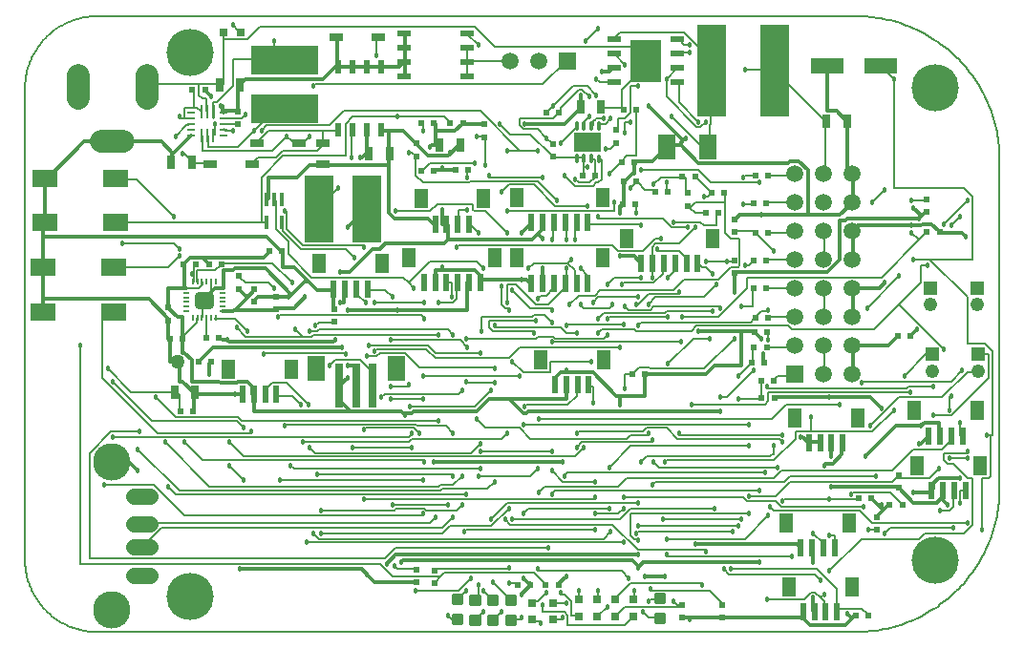
<source format=gtl>
G75*
%MOIN*%
%OFA0B0*%
%FSLAX25Y25*%
%IPPOS*%
%LPD*%
%AMOC8*
5,1,8,0,0,1.08239X$1,22.5*
%
%ADD10R,0.04724X0.02362*%
%ADD11R,0.10700X0.14500*%
%ADD12R,0.04724X0.07087*%
%ADD13R,0.02362X0.06102*%
%ADD14C,0.01200*%
%ADD15R,0.09450X0.06500*%
%ADD16R,0.02400X0.02000*%
%ADD17R,0.02000X0.02400*%
%ADD18R,0.11811X0.05512*%
%ADD19R,0.03150X0.04724*%
%ADD20R,0.04724X0.03150*%
%ADD21R,0.03150X0.03150*%
%ADD22C,0.00850*%
%ADD23R,0.01000X0.05100*%
%ADD24R,0.02800X0.01000*%
%ADD25R,0.04724X0.02756*%
%ADD26C,0.01181*%
%ADD27R,0.06000X0.08600*%
%ADD28R,0.05900X0.09100*%
%ADD29R,0.02800X0.15600*%
%ADD30C,0.05610*%
%ADD31C,0.13055*%
%ADD32R,0.02362X0.00787*%
%ADD33R,0.00787X0.02362*%
%ADD34C,0.03031*%
%ADD35C,0.07874*%
%ADD36R,0.09843X0.23622*%
%ADD37R,0.23622X0.09843*%
%ADD38R,0.10200X0.32300*%
%ADD39R,0.05906X0.05906*%
%ADD40C,0.05906*%
%ADD41R,0.04800X0.04800*%
%ADD42C,0.04800*%
%ADD43R,0.09055X0.06299*%
%ADD44C,0.05000*%
%ADD45R,0.01400X0.04600*%
%ADD46C,0.00500*%
%ADD47R,0.02362X0.04724*%
%ADD48C,0.01800*%
%ADD49C,0.16500*%
D10*
X0227843Y0204068D03*
X0227843Y0209068D03*
X0227843Y0214068D03*
X0227843Y0219068D03*
X0249890Y0219068D03*
X0249890Y0214068D03*
X0249890Y0209068D03*
X0249890Y0204068D03*
X0176440Y0206318D03*
X0176440Y0211318D03*
X0176440Y0216318D03*
X0176440Y0221318D03*
X0154393Y0221318D03*
X0154393Y0216318D03*
X0154393Y0211318D03*
X0154393Y0206318D03*
D11*
X0238867Y0211568D03*
D12*
X0223785Y0163878D03*
X0232164Y0149678D03*
X0223785Y0142778D03*
X0193864Y0142778D03*
X0186235Y0142828D03*
X0156314Y0142828D03*
X0146885Y0140778D03*
X0124964Y0140778D03*
X0160364Y0163378D03*
X0182285Y0163378D03*
X0193864Y0163878D03*
X0262085Y0149678D03*
X0224085Y0107128D03*
X0202164Y0107128D03*
X0115085Y0103828D03*
X0093164Y0103828D03*
X0290764Y0086828D03*
X0312685Y0086828D03*
X0332564Y0089428D03*
X0354485Y0089428D03*
X0355585Y0070328D03*
X0333664Y0070328D03*
X0309885Y0050228D03*
X0287964Y0050228D03*
X0288764Y0027828D03*
X0310685Y0027828D03*
D13*
X0305567Y0019068D03*
X0301630Y0019068D03*
X0297693Y0019068D03*
X0293756Y0019068D03*
X0292956Y0041468D03*
X0296893Y0041468D03*
X0300830Y0041468D03*
X0304767Y0041468D03*
X0338656Y0061568D03*
X0342593Y0061568D03*
X0346530Y0061568D03*
X0350467Y0061568D03*
X0349367Y0080668D03*
X0345430Y0080668D03*
X0341493Y0080668D03*
X0337556Y0080668D03*
X0307567Y0078068D03*
X0303630Y0078068D03*
X0299693Y0078068D03*
X0295756Y0078068D03*
X0218967Y0098368D03*
X0215030Y0098368D03*
X0211093Y0098368D03*
X0207156Y0098368D03*
X0206856Y0134018D03*
X0210793Y0134018D03*
X0214730Y0134018D03*
X0218667Y0134018D03*
X0202919Y0134018D03*
X0198982Y0134018D03*
X0181117Y0134068D03*
X0177180Y0134068D03*
X0173243Y0134068D03*
X0169306Y0134068D03*
X0165369Y0134068D03*
X0161432Y0134068D03*
X0141767Y0132018D03*
X0137830Y0132018D03*
X0133893Y0132018D03*
X0129956Y0132018D03*
X0165356Y0154618D03*
X0169293Y0154618D03*
X0173230Y0154618D03*
X0177167Y0154618D03*
X0198982Y0155118D03*
X0202919Y0155118D03*
X0206856Y0155118D03*
X0210793Y0155118D03*
X0214730Y0155118D03*
X0218667Y0155118D03*
X0237282Y0140918D03*
X0241219Y0140918D03*
X0245156Y0140918D03*
X0249093Y0140918D03*
X0253030Y0140918D03*
X0256967Y0140918D03*
X0109967Y0095068D03*
X0106030Y0095068D03*
X0102093Y0095068D03*
X0098156Y0095068D03*
D14*
X0097892Y0095293D01*
X0095392Y0095293D01*
X0081642Y0095293D01*
X0081610Y0095768D01*
X0081017Y0095918D01*
X0077267Y0099668D01*
X0076017Y0099668D01*
X0076017Y0105918D01*
X0075467Y0106468D01*
X0075392Y0106543D01*
X0072892Y0106543D01*
X0072892Y0114043D01*
X0072867Y0114368D01*
X0072267Y0114668D01*
X0072267Y0120968D01*
X0072267Y0121543D01*
X0065392Y0128418D01*
X0028517Y0128418D01*
X0028517Y0124043D01*
X0028415Y0123868D01*
X0028517Y0128418D02*
X0028517Y0139043D01*
X0028415Y0139468D01*
X0028517Y0139668D01*
X0028517Y0150293D01*
X0106642Y0150293D01*
X0111642Y0145293D01*
X0111817Y0145268D01*
X0112267Y0144668D01*
X0112267Y0139668D01*
X0116017Y0139668D01*
X0120704Y0134980D01*
X0120392Y0134668D01*
X0119767Y0134668D01*
X0115079Y0129980D01*
X0106017Y0139043D01*
X0095392Y0139043D01*
X0094767Y0138418D01*
X0091642Y0138418D01*
X0091642Y0132168D01*
X0091066Y0132105D01*
X0091017Y0132168D01*
X0088517Y0132168D01*
X0087579Y0131230D01*
X0084767Y0128418D01*
X0084767Y0128168D01*
X0091066Y0124231D02*
X0091642Y0124043D01*
X0094767Y0124043D01*
X0095704Y0124980D01*
X0096017Y0124668D01*
X0109767Y0124668D01*
X0109867Y0124768D01*
X0110392Y0125293D01*
X0116017Y0125293D01*
X0119767Y0129043D01*
X0115079Y0129980D02*
X0114142Y0129043D01*
X0110392Y0129043D01*
X0109867Y0129168D01*
X0109767Y0129043D01*
X0103517Y0129043D01*
X0102267Y0127793D01*
X0102267Y0127468D01*
X0100079Y0129355D02*
X0099767Y0129668D01*
X0099142Y0129668D01*
X0097267Y0131543D01*
X0096767Y0131968D01*
X0100079Y0129355D02*
X0095704Y0124980D01*
X0100079Y0129355D02*
X0102267Y0131543D01*
X0102267Y0131868D01*
X0105392Y0142793D02*
X0084767Y0142793D01*
X0084454Y0142480D01*
X0086017Y0140918D01*
X0086567Y0140668D01*
X0084454Y0142480D02*
X0084142Y0142793D01*
X0079767Y0142793D01*
X0077892Y0140918D01*
X0077567Y0140668D01*
X0077892Y0140293D01*
X0077892Y0132168D01*
X0078467Y0132105D01*
X0077892Y0132168D02*
X0072267Y0132168D01*
X0072267Y0125368D01*
X0072267Y0125293D01*
X0075392Y0122168D01*
X0077267Y0122168D01*
X0077267Y0115293D01*
X0077267Y0114368D01*
X0077267Y0109668D01*
X0077892Y0109668D01*
X0080392Y0107168D01*
X0080392Y0099668D01*
X0089767Y0099668D01*
X0090392Y0099043D01*
X0096017Y0099043D01*
X0096642Y0099668D01*
X0099767Y0099668D01*
X0101642Y0097793D01*
X0101642Y0095293D01*
X0102093Y0095068D01*
X0102267Y0094668D01*
X0102267Y0089043D01*
X0135392Y0089043D01*
X0135704Y0089355D01*
X0136017Y0089043D01*
X0153517Y0089043D01*
X0154767Y0087793D01*
X0154767Y0088418D01*
X0157267Y0088418D01*
X0157892Y0089043D01*
X0179767Y0089043D01*
X0184142Y0093418D01*
X0191017Y0093418D01*
X0196017Y0088418D01*
X0197267Y0088418D01*
X0197892Y0089043D01*
X0264767Y0089043D01*
X0259767Y0102168D02*
X0239142Y0102168D01*
X0238567Y0102318D01*
X0238517Y0102168D01*
X0238517Y0094668D01*
X0229767Y0094668D01*
X0229767Y0091543D01*
X0229767Y0094668D02*
X0228517Y0094668D01*
X0220392Y0102793D01*
X0211017Y0102793D01*
X0211017Y0103418D01*
X0210392Y0102793D01*
X0209142Y0102793D01*
X0207267Y0100918D01*
X0207267Y0098418D01*
X0207156Y0098368D01*
X0211017Y0097793D02*
X0211017Y0093418D01*
X0191017Y0093418D01*
X0211017Y0097793D02*
X0211093Y0098368D01*
X0176642Y0124668D02*
X0152267Y0124668D01*
X0134767Y0124668D01*
X0133517Y0127168D02*
X0132267Y0127168D01*
X0133517Y0127168D02*
X0133517Y0131543D01*
X0133893Y0132018D01*
X0129956Y0132018D02*
X0129142Y0131543D01*
X0124142Y0131543D01*
X0120704Y0134980D01*
X0129767Y0131543D02*
X0129956Y0132018D01*
X0129767Y0131543D02*
X0129767Y0125293D01*
X0130067Y0124768D01*
X0130392Y0114043D02*
X0129767Y0113418D01*
X0093517Y0113418D01*
X0092892Y0114043D01*
X0091017Y0114043D01*
X0090392Y0114668D01*
X0089867Y0114968D01*
X0087892Y0111543D02*
X0132892Y0111543D01*
X0134767Y0105293D02*
X0137267Y0105293D01*
X0137267Y0098418D01*
X0137767Y0098168D01*
X0134767Y0100918D02*
X0132267Y0098418D01*
X0131867Y0098168D01*
X0132267Y0097793D01*
X0132267Y0092793D01*
X0135704Y0089355D01*
X0164767Y0071543D02*
X0209767Y0071543D01*
X0256017Y0042793D02*
X0291642Y0042793D01*
X0292892Y0041543D01*
X0292956Y0041468D01*
X0296893Y0041468D02*
X0297267Y0040918D01*
X0297267Y0036543D01*
X0297267Y0024043D02*
X0297267Y0019668D01*
X0297693Y0019068D01*
X0294142Y0019043D02*
X0294142Y0017168D01*
X0293756Y0019068D01*
X0294142Y0019043D01*
X0294142Y0017168D02*
X0265567Y0017168D01*
X0254142Y0017168D01*
X0254142Y0016543D01*
X0254142Y0017168D02*
X0251642Y0017168D01*
X0251517Y0017068D01*
X0245392Y0031543D02*
X0238517Y0031543D01*
X0236017Y0034668D02*
X0236017Y0035293D01*
X0234142Y0037168D01*
X0154142Y0037168D01*
X0153517Y0036543D01*
X0151642Y0039043D02*
X0236017Y0039043D01*
X0237892Y0036543D02*
X0278517Y0036543D01*
X0294142Y0017168D02*
X0294142Y0016543D01*
X0296017Y0014668D01*
X0308517Y0014668D01*
X0310704Y0016855D01*
X0309142Y0018418D01*
X0310704Y0016855D02*
X0311642Y0017793D01*
X0312067Y0018018D01*
X0319517Y0052268D02*
X0319767Y0052793D01*
X0321954Y0054980D01*
X0321642Y0055293D01*
X0321017Y0055293D01*
X0320079Y0056230D01*
X0320392Y0056543D01*
X0321017Y0056543D01*
X0320079Y0056230D02*
X0317892Y0058418D01*
X0317617Y0059018D01*
X0321954Y0054980D02*
X0323517Y0056543D01*
X0323967Y0056618D01*
X0327067Y0062368D02*
X0326642Y0062793D01*
X0303517Y0062793D01*
X0301017Y0070293D02*
X0301642Y0070918D01*
X0304142Y0070918D01*
X0307267Y0074043D01*
X0307267Y0077793D01*
X0307567Y0078068D01*
X0303630Y0078068D02*
X0303517Y0077793D01*
X0303517Y0073418D01*
X0299693Y0078068D02*
X0299142Y0078418D01*
X0296017Y0078418D01*
X0295756Y0078068D01*
X0295392Y0078418D01*
X0293517Y0080293D01*
X0292892Y0080293D01*
X0284142Y0094043D02*
X0283717Y0093818D01*
X0284142Y0094043D02*
X0302892Y0094043D01*
X0317267Y0094043D01*
X0321017Y0090293D01*
X0326017Y0084043D02*
X0334767Y0084043D01*
X0336017Y0085293D01*
X0341017Y0085293D01*
X0341017Y0080918D01*
X0341493Y0080668D01*
X0337556Y0080668D02*
X0337267Y0080293D01*
X0334767Y0077793D01*
X0334142Y0077793D01*
X0326017Y0084043D02*
X0315392Y0073418D01*
X0327067Y0062368D02*
X0332267Y0057168D01*
X0340392Y0057168D01*
X0341954Y0058730D01*
X0344142Y0056543D01*
X0341954Y0058730D02*
X0342267Y0059043D01*
X0342267Y0061543D01*
X0342593Y0061568D01*
X0339142Y0062168D02*
X0339142Y0064043D01*
X0341017Y0065918D01*
X0348517Y0065918D01*
X0339142Y0062168D02*
X0338656Y0061568D01*
X0338517Y0061543D01*
X0337892Y0060918D01*
X0332267Y0060918D01*
X0311017Y0102168D02*
X0310767Y0102068D01*
X0311017Y0102168D02*
X0311017Y0111543D01*
X0310767Y0112068D01*
X0311017Y0112168D01*
X0323517Y0112168D01*
X0326917Y0115568D01*
X0331317Y0115568D02*
X0331642Y0115918D01*
X0333517Y0117793D01*
X0320392Y0132168D02*
X0311017Y0132168D01*
X0310767Y0132068D01*
X0311017Y0131543D01*
X0311017Y0122168D01*
X0310767Y0122068D01*
X0320392Y0132168D02*
X0322267Y0134043D01*
X0311017Y0142168D02*
X0310767Y0142068D01*
X0311017Y0142168D02*
X0311017Y0151543D01*
X0310767Y0152068D01*
X0311017Y0152168D01*
X0312892Y0154043D01*
X0331642Y0154043D01*
X0334767Y0154043D01*
X0335392Y0154668D01*
X0338517Y0154668D01*
X0341017Y0152168D01*
X0341367Y0151968D01*
X0341642Y0151543D01*
X0349142Y0151543D01*
X0350392Y0150293D01*
X0336642Y0158418D02*
X0336867Y0158918D01*
X0336642Y0158418D02*
X0336017Y0158418D01*
X0335079Y0157480D01*
X0332267Y0160293D01*
X0335079Y0157480D02*
X0334142Y0156543D01*
X0309142Y0156543D01*
X0308517Y0155918D01*
X0306642Y0155918D01*
X0306642Y0142168D01*
X0302267Y0137793D01*
X0269767Y0137793D01*
X0269767Y0137368D01*
X0269767Y0130918D01*
X0272267Y0117168D02*
X0257267Y0117168D01*
X0272267Y0117168D02*
X0272267Y0105293D01*
X0262892Y0105293D01*
X0259767Y0102168D01*
X0279767Y0106543D02*
X0280167Y0106318D01*
X0279767Y0106543D02*
X0279767Y0109043D01*
X0279142Y0114668D02*
X0277267Y0116543D01*
X0276767Y0116868D01*
X0276642Y0117168D01*
X0272267Y0117168D01*
X0237282Y0140918D02*
X0237267Y0140918D01*
X0234767Y0143418D01*
X0229767Y0143418D01*
X0229767Y0158418D02*
X0229767Y0160918D01*
X0230392Y0160918D01*
X0230817Y0161418D01*
X0231017Y0161543D01*
X0231017Y0169043D01*
X0231267Y0169568D01*
X0231642Y0169668D01*
X0234142Y0172168D01*
X0234767Y0172168D01*
X0234767Y0176068D01*
X0234767Y0176543D01*
X0241017Y0176543D01*
X0246017Y0181543D01*
X0246017Y0181568D01*
X0246017Y0182168D01*
X0250392Y0182168D01*
X0250704Y0182480D01*
X0257267Y0175918D01*
X0288517Y0175918D01*
X0289142Y0176543D01*
X0292267Y0176543D01*
X0295392Y0173418D01*
X0295392Y0157793D01*
X0279142Y0157793D01*
X0271642Y0157793D01*
X0270392Y0156543D01*
X0269817Y0156218D01*
X0295392Y0157793D02*
X0306642Y0157793D01*
X0310392Y0161543D01*
X0310767Y0162068D01*
X0311017Y0162168D01*
X0311017Y0171543D01*
X0310767Y0172068D01*
X0310392Y0172168D01*
X0309142Y0172168D01*
X0309142Y0190293D01*
X0309010Y0190568D01*
X0308517Y0190918D01*
X0305392Y0194043D01*
X0302267Y0194043D01*
X0302267Y0209668D01*
X0302018Y0209768D01*
X0252892Y0184668D02*
X0251954Y0183730D01*
X0239767Y0195918D01*
X0222367Y0189968D02*
X0222367Y0187968D01*
X0219867Y0187968D02*
X0219867Y0189968D01*
X0217267Y0189968D02*
X0217267Y0187968D01*
X0214767Y0187968D02*
X0214767Y0189968D01*
X0210392Y0189668D02*
X0216017Y0195293D01*
X0216123Y0195368D01*
X0216017Y0195918D01*
X0216017Y0199668D01*
X0223517Y0207793D02*
X0226017Y0207793D01*
X0227267Y0209043D01*
X0227843Y0209068D01*
X0210392Y0189668D02*
X0196642Y0189668D01*
X0182367Y0189368D02*
X0182267Y0189668D01*
X0175392Y0189668D01*
X0175017Y0189868D01*
X0174767Y0189668D01*
X0172267Y0187168D01*
X0165392Y0187168D01*
X0165392Y0189668D01*
X0164867Y0189968D01*
X0165392Y0187168D02*
X0165392Y0182168D01*
X0164142Y0182168D01*
X0163517Y0181543D01*
X0165392Y0182168D02*
X0166923Y0182168D01*
X0166642Y0182168D01*
X0170392Y0179668D02*
X0170704Y0179355D01*
X0173517Y0182168D01*
X0174010Y0182168D01*
X0170704Y0179355D02*
X0169767Y0178418D01*
X0162892Y0178418D01*
X0159142Y0182168D01*
X0158767Y0182718D01*
X0158517Y0182793D01*
X0154142Y0187168D01*
X0149142Y0187168D01*
X0149142Y0179668D01*
X0149410Y0179168D01*
X0149142Y0179043D01*
X0149142Y0175293D01*
X0126642Y0175293D01*
X0126067Y0175624D01*
X0126017Y0175293D01*
X0121642Y0175293D01*
X0117267Y0170918D01*
X0107267Y0170918D01*
X0107267Y0163418D01*
X0106658Y0163268D01*
X0107417Y0145268D02*
X0107267Y0144668D01*
X0105392Y0142793D01*
X0132267Y0137793D02*
X0135392Y0137793D01*
X0143517Y0145918D01*
X0146017Y0145918D01*
X0147892Y0147793D01*
X0168517Y0147793D01*
X0169767Y0149043D01*
X0199142Y0149043D01*
X0201329Y0151230D01*
X0202892Y0149668D01*
X0201329Y0151230D02*
X0202892Y0152793D01*
X0202892Y0154668D01*
X0202919Y0155118D01*
X0198982Y0155118D02*
X0198517Y0154668D01*
X0195392Y0151543D01*
X0202892Y0139043D02*
X0202892Y0134043D01*
X0202919Y0134018D01*
X0198982Y0134018D02*
X0198517Y0134043D01*
X0197267Y0135293D01*
X0195392Y0135293D01*
X0181017Y0135293D01*
X0181117Y0134068D01*
X0181017Y0134668D01*
X0181017Y0135293D01*
X0181017Y0136543D01*
X0179142Y0138418D01*
X0167892Y0138418D01*
X0167892Y0139668D01*
X0167892Y0138418D02*
X0165392Y0138418D01*
X0165392Y0134668D01*
X0165369Y0134068D01*
X0176642Y0134043D02*
X0177180Y0134068D01*
X0176642Y0134043D02*
X0176642Y0124668D01*
X0169767Y0149043D02*
X0169767Y0154043D01*
X0169293Y0154618D01*
X0169142Y0154668D01*
X0167892Y0154668D01*
X0167892Y0159668D01*
X0165356Y0154618D02*
X0164767Y0154668D01*
X0162892Y0156543D01*
X0151017Y0156543D01*
X0149142Y0158418D01*
X0149142Y0175293D01*
X0142323Y0179168D02*
X0141642Y0179668D01*
X0139767Y0177793D01*
X0139142Y0177793D01*
X0141642Y0179668D02*
X0142267Y0179668D01*
X0142323Y0179168D01*
X0141642Y0179668D02*
X0141642Y0187168D01*
X0141617Y0187394D01*
X0146617Y0187394D02*
X0146642Y0187168D01*
X0149142Y0187168D01*
X0164867Y0173168D02*
X0165392Y0173418D01*
X0167892Y0173418D01*
X0167892Y0174043D01*
X0167892Y0173418D02*
X0172267Y0173418D01*
X0172367Y0173668D01*
X0141633Y0159879D02*
X0141017Y0159668D01*
X0134767Y0153418D01*
X0080167Y0185668D02*
X0079767Y0185293D01*
X0073829Y0179355D01*
X0069767Y0183418D01*
X0052892Y0183418D01*
X0052717Y0183670D01*
X0052267Y0183418D01*
X0042892Y0183418D01*
X0029767Y0170293D01*
X0029015Y0170668D01*
X0029142Y0170293D01*
X0029142Y0155293D01*
X0029015Y0155068D01*
X0028517Y0154668D01*
X0028517Y0150293D01*
X0073323Y0176168D02*
X0073517Y0176543D01*
X0073517Y0179043D01*
X0073829Y0179355D01*
X0091017Y0194043D02*
X0091567Y0193668D01*
X0091642Y0194043D01*
X0096642Y0194043D01*
X0096667Y0193968D01*
X0096642Y0194668D01*
X0096642Y0202793D01*
X0097210Y0203168D01*
X0097267Y0203418D01*
X0099142Y0205293D01*
X0126017Y0205293D01*
X0130392Y0209668D01*
X0131017Y0209668D01*
X0131617Y0209441D01*
X0131642Y0209668D01*
X0136017Y0209668D01*
X0136617Y0209441D01*
X0136642Y0209668D01*
X0141017Y0209668D01*
X0141617Y0209441D01*
X0141642Y0209668D01*
X0146017Y0209668D01*
X0146617Y0209441D01*
X0146642Y0209668D01*
X0152892Y0209668D01*
X0154142Y0210918D01*
X0154393Y0211318D01*
X0154767Y0211543D01*
X0154767Y0215918D01*
X0154393Y0216318D01*
X0154767Y0216543D01*
X0154767Y0220918D01*
X0154393Y0221318D01*
X0154393Y0211318D02*
X0154767Y0210918D01*
X0154767Y0206543D01*
X0154393Y0206318D01*
X0131017Y0209668D02*
X0131017Y0215918D01*
X0131017Y0219668D01*
X0130783Y0219968D01*
X0091017Y0195918D02*
X0090392Y0195918D01*
X0091017Y0195918D02*
X0091017Y0194043D01*
X0087267Y0199043D02*
X0085392Y0200918D01*
X0085067Y0201368D01*
X0214767Y0178368D02*
X0214767Y0176368D01*
X0217267Y0176368D02*
X0217267Y0178368D01*
X0219867Y0178368D02*
X0219867Y0176368D01*
X0222367Y0176418D02*
X0222367Y0178318D01*
X0250704Y0182480D02*
X0251954Y0183730D01*
X0087892Y0111543D02*
X0082892Y0106543D01*
X0082767Y0106518D01*
X0086642Y0105918D02*
X0086642Y0102168D01*
X0086642Y0105918D02*
X0087167Y0106518D01*
X0081610Y0095768D02*
X0081017Y0095293D01*
X0081017Y0089668D01*
X0080867Y0089168D01*
X0061642Y0068418D02*
X0058517Y0071543D01*
X0052892Y0071543D01*
X0052417Y0071634D01*
X0097267Y0034043D02*
X0139767Y0034043D01*
X0141642Y0032168D01*
X0144142Y0029668D01*
X0158517Y0029668D01*
X0158867Y0029468D01*
X0151642Y0039043D02*
X0148517Y0035918D01*
X0196017Y0030918D02*
X0197892Y0029043D01*
X0198517Y0029043D01*
X0198517Y0028568D01*
X0198517Y0028418D01*
X0195392Y0025293D01*
X0208367Y0028618D02*
X0208517Y0029043D01*
X0211017Y0031543D01*
X0236017Y0034668D02*
X0237892Y0036543D01*
D15*
X0218567Y0183168D03*
D16*
X0230367Y0176068D03*
X0234767Y0176068D03*
X0235667Y0169568D03*
X0231267Y0169568D03*
X0221267Y0171368D03*
X0216867Y0171368D03*
X0230817Y0161418D03*
X0235217Y0161418D03*
X0242067Y0165968D03*
X0246467Y0165968D03*
X0251667Y0171068D03*
X0256067Y0171068D03*
X0261867Y0165368D03*
X0266267Y0165368D03*
X0264117Y0158418D03*
X0259717Y0158418D03*
X0276567Y0161868D03*
X0280967Y0161868D03*
X0281567Y0171568D03*
X0277167Y0171568D03*
X0277167Y0151568D03*
X0281567Y0151568D03*
X0280967Y0141868D03*
X0276567Y0141868D03*
X0276567Y0132168D03*
X0280967Y0132168D03*
X0281617Y0121868D03*
X0277217Y0121868D03*
X0276767Y0116868D03*
X0281167Y0116868D03*
X0281017Y0111468D03*
X0276617Y0111468D03*
X0275767Y0106318D03*
X0280167Y0106318D03*
X0279017Y0100018D03*
X0283417Y0100018D03*
X0283717Y0093818D03*
X0279317Y0093818D03*
X0238567Y0102318D03*
X0234167Y0102318D03*
X0313217Y0059018D03*
X0317617Y0059018D03*
X0323967Y0056618D03*
X0328367Y0056618D03*
X0316467Y0018018D03*
X0312067Y0018018D03*
X0208367Y0028618D03*
X0203967Y0028618D03*
X0198517Y0028568D03*
X0194117Y0028568D03*
X0080867Y0089168D03*
X0076467Y0089168D03*
X0082767Y0106518D03*
X0087167Y0106518D03*
X0085467Y0114968D03*
X0089867Y0114968D03*
X0077267Y0114368D03*
X0072867Y0114368D03*
X0077567Y0140668D03*
X0081967Y0140668D03*
X0086567Y0140668D03*
X0090967Y0140668D03*
X0107417Y0145268D03*
X0111817Y0145268D03*
X0160467Y0173168D03*
X0164867Y0173168D03*
X0172367Y0173668D03*
X0176767Y0173668D03*
X0175017Y0189868D03*
X0170617Y0189868D03*
X0164867Y0189968D03*
X0160467Y0189968D03*
X0204267Y0193568D03*
X0208667Y0193568D03*
X0231167Y0194668D03*
X0235567Y0194668D03*
X0336967Y0151968D03*
X0341367Y0151968D03*
X0331317Y0115568D03*
X0326917Y0115568D03*
X0085067Y0201368D03*
X0080667Y0201368D03*
D17*
X0096667Y0193968D03*
X0096667Y0189568D03*
X0158767Y0182718D03*
X0158767Y0178318D03*
X0182367Y0184968D03*
X0182367Y0189368D03*
X0206467Y0182568D03*
X0206467Y0178168D03*
X0228667Y0182968D03*
X0228667Y0187368D03*
X0253367Y0165418D03*
X0253367Y0161018D03*
X0269817Y0156218D03*
X0269817Y0151818D03*
X0269767Y0141768D03*
X0269767Y0137368D03*
X0336867Y0158918D03*
X0336867Y0163318D03*
X0327067Y0066768D03*
X0327067Y0062368D03*
X0319517Y0052268D03*
X0319517Y0047868D03*
X0265567Y0021568D03*
X0265567Y0017168D03*
X0251517Y0017068D03*
X0251517Y0021468D03*
X0165267Y0029168D03*
X0165267Y0033568D03*
X0158867Y0033868D03*
X0158867Y0029468D03*
X0130067Y0120368D03*
X0130067Y0124768D03*
X0109867Y0124768D03*
X0109867Y0129168D03*
X0102267Y0127468D03*
X0102267Y0131868D03*
X0096767Y0131968D03*
X0096767Y0136368D03*
X0072267Y0125368D03*
X0072267Y0120968D03*
D18*
X0302018Y0209768D03*
X0320915Y0209768D03*
D19*
X0309010Y0190568D03*
X0301923Y0190568D03*
X0223210Y0195368D03*
X0216123Y0195368D03*
X0174010Y0182168D03*
X0166923Y0182168D03*
X0149410Y0179168D03*
X0142323Y0179168D03*
X0097210Y0203168D03*
X0090123Y0203168D03*
X0080410Y0176168D03*
X0073323Y0176168D03*
X0074523Y0095768D03*
X0081610Y0095768D03*
D20*
X0126067Y0175624D03*
X0126067Y0182711D03*
D21*
X0097569Y0221568D03*
X0091664Y0221568D03*
X0215667Y0023420D03*
X0221917Y0023420D03*
X0228167Y0023420D03*
X0234417Y0023420D03*
X0234417Y0017515D03*
X0228167Y0017515D03*
X0221917Y0017515D03*
X0215667Y0017515D03*
X0206367Y0016365D03*
X0206367Y0022270D03*
X0199117Y0022270D03*
X0199117Y0016365D03*
D22*
X0087942Y0196093D02*
X0087792Y0196093D01*
X0087942Y0196093D02*
X0087942Y0191843D01*
X0087792Y0191843D01*
X0087792Y0196093D01*
X0087792Y0192692D02*
X0087942Y0192692D01*
X0087942Y0193541D02*
X0087792Y0193541D01*
X0087792Y0194390D02*
X0087942Y0194390D01*
X0087942Y0195239D02*
X0087792Y0195239D01*
X0087792Y0196088D02*
X0087942Y0196088D01*
D23*
X0085867Y0193968D03*
X0083867Y0193968D03*
X0083867Y0185368D03*
X0085867Y0185368D03*
X0087867Y0185368D03*
D24*
X0091567Y0185668D03*
X0091567Y0187668D03*
X0091567Y0189668D03*
X0091567Y0191668D03*
X0091567Y0193668D03*
X0080167Y0193668D03*
X0080167Y0191668D03*
X0080167Y0189668D03*
X0080167Y0187668D03*
X0080167Y0185668D03*
D25*
X0086983Y0175568D03*
X0101550Y0175568D03*
X0103283Y0182918D03*
X0117850Y0182918D03*
X0130783Y0219968D03*
X0145350Y0219968D03*
D26*
X0171889Y0024798D02*
X0174645Y0024798D01*
X0174645Y0022042D01*
X0171889Y0022042D01*
X0171889Y0024798D01*
X0171889Y0023222D02*
X0174645Y0023222D01*
X0174645Y0024402D02*
X0171889Y0024402D01*
X0177939Y0024598D02*
X0180695Y0024598D01*
X0180695Y0021842D01*
X0177939Y0021842D01*
X0177939Y0024598D01*
X0177939Y0023022D02*
X0180695Y0023022D01*
X0180695Y0024202D02*
X0177939Y0024202D01*
X0184189Y0024598D02*
X0186945Y0024598D01*
X0186945Y0021842D01*
X0184189Y0021842D01*
X0184189Y0024598D01*
X0184189Y0023022D02*
X0186945Y0023022D01*
X0186945Y0024202D02*
X0184189Y0024202D01*
X0190439Y0024598D02*
X0193195Y0024598D01*
X0193195Y0021842D01*
X0190439Y0021842D01*
X0190439Y0024598D01*
X0190439Y0023022D02*
X0193195Y0023022D01*
X0193195Y0024202D02*
X0190439Y0024202D01*
X0190439Y0017693D02*
X0193195Y0017693D01*
X0193195Y0014937D01*
X0190439Y0014937D01*
X0190439Y0017693D01*
X0190439Y0016117D02*
X0193195Y0016117D01*
X0193195Y0017297D02*
X0190439Y0017297D01*
X0186945Y0017693D02*
X0184189Y0017693D01*
X0186945Y0017693D02*
X0186945Y0014937D01*
X0184189Y0014937D01*
X0184189Y0017693D01*
X0184189Y0016117D02*
X0186945Y0016117D01*
X0186945Y0017297D02*
X0184189Y0017297D01*
X0180695Y0017693D02*
X0177939Y0017693D01*
X0180695Y0017693D02*
X0180695Y0014937D01*
X0177939Y0014937D01*
X0177939Y0017693D01*
X0177939Y0016117D02*
X0180695Y0016117D01*
X0180695Y0017297D02*
X0177939Y0017297D01*
X0174645Y0017893D02*
X0171889Y0017893D01*
X0174645Y0017893D02*
X0174645Y0015137D01*
X0171889Y0015137D01*
X0171889Y0017893D01*
X0171889Y0016317D02*
X0174645Y0016317D01*
X0174645Y0017497D02*
X0171889Y0017497D01*
X0242339Y0015537D02*
X0245095Y0015537D01*
X0242339Y0015537D02*
X0242339Y0018293D01*
X0245095Y0018293D01*
X0245095Y0015537D01*
X0245095Y0016717D02*
X0242339Y0016717D01*
X0242339Y0017897D02*
X0245095Y0017897D01*
X0245095Y0022442D02*
X0242339Y0022442D01*
X0242339Y0025198D01*
X0245095Y0025198D01*
X0245095Y0022442D01*
X0245095Y0023622D02*
X0242339Y0023622D01*
X0242339Y0024802D02*
X0245095Y0024802D01*
D27*
X0246017Y0181568D03*
X0260517Y0181568D03*
D28*
X0151717Y0104068D03*
X0123817Y0104068D03*
D29*
X0131867Y0098168D03*
X0137767Y0098168D03*
X0143667Y0098168D03*
D30*
X0065891Y0059547D02*
X0060281Y0059547D01*
X0060281Y0049705D02*
X0065891Y0049705D01*
X0065891Y0041831D02*
X0060281Y0041831D01*
X0060281Y0031988D02*
X0065891Y0031988D01*
D31*
X0052417Y0019902D03*
X0052417Y0071634D03*
D32*
X0078467Y0124231D03*
X0078467Y0125806D03*
X0078467Y0127380D03*
X0078467Y0128955D03*
X0078467Y0130530D03*
X0078467Y0132105D03*
X0091066Y0132105D03*
X0091066Y0130530D03*
X0091066Y0128955D03*
X0091066Y0127380D03*
X0091066Y0125806D03*
X0091066Y0124231D03*
D33*
X0088704Y0121869D03*
X0087129Y0121869D03*
X0085554Y0121869D03*
X0083979Y0121869D03*
X0082404Y0121869D03*
X0080830Y0121869D03*
X0080830Y0134467D03*
X0082404Y0134467D03*
X0083979Y0134467D03*
X0085554Y0134467D03*
X0087129Y0134467D03*
X0088704Y0134467D03*
D34*
X0086598Y0126652D02*
X0082936Y0126652D01*
X0082936Y0129684D01*
X0086598Y0129684D01*
X0086598Y0126652D01*
X0086598Y0129682D02*
X0082936Y0129682D01*
D35*
X0056654Y0183670D02*
X0048780Y0183670D01*
X0040906Y0198631D02*
X0040906Y0206505D01*
X0064921Y0206505D02*
X0064921Y0198631D01*
D36*
X0124704Y0159879D03*
X0141633Y0159879D03*
D37*
X0112778Y0194802D03*
X0112778Y0211731D03*
D38*
X0261867Y0208068D03*
X0283867Y0208068D03*
D39*
X0211567Y0211568D03*
X0290767Y0102068D03*
D40*
X0300767Y0102068D03*
X0310767Y0102068D03*
X0310767Y0112068D03*
X0300767Y0112068D03*
X0290767Y0112068D03*
X0290767Y0122068D03*
X0300767Y0122068D03*
X0310767Y0122068D03*
X0310767Y0132068D03*
X0300767Y0132068D03*
X0290767Y0132068D03*
X0290767Y0142068D03*
X0300767Y0142068D03*
X0310767Y0142068D03*
X0310767Y0152068D03*
X0300767Y0152068D03*
X0290767Y0152068D03*
X0290767Y0162068D03*
X0300767Y0162068D03*
X0310767Y0162068D03*
X0310767Y0172068D03*
X0300767Y0172068D03*
X0290767Y0172068D03*
X0201567Y0211568D03*
X0191567Y0211568D03*
D41*
X0338267Y0132318D03*
X0354467Y0132318D03*
X0354917Y0109068D03*
X0338717Y0109068D03*
D42*
X0338717Y0103168D03*
X0354917Y0103168D03*
X0354467Y0126418D03*
X0338267Y0126418D03*
D43*
X0053218Y0123868D03*
X0053218Y0139468D03*
X0053818Y0155068D03*
X0053818Y0170668D03*
X0029015Y0170668D03*
X0029015Y0155068D03*
X0028415Y0139468D03*
X0028415Y0123868D03*
D44*
X0075467Y0106468D03*
D45*
X0106658Y0155068D03*
X0111776Y0155068D03*
X0111776Y0163268D03*
X0109217Y0163268D03*
X0106658Y0163268D03*
D46*
X0047267Y0012168D02*
X0312267Y0012168D01*
X0316467Y0018018D02*
X0316017Y0018418D01*
X0314142Y0020293D01*
X0305392Y0020293D01*
X0305567Y0019068D01*
X0305392Y0019668D01*
X0305392Y0020293D01*
X0305392Y0027168D01*
X0298517Y0034043D01*
X0268517Y0034043D01*
X0267892Y0032168D02*
X0266017Y0034043D01*
X0267892Y0032168D02*
X0297892Y0032168D01*
X0299767Y0030293D01*
X0302892Y0033418D02*
X0314142Y0044668D01*
X0334142Y0044668D01*
X0336017Y0046543D01*
X0349767Y0046543D01*
X0352892Y0049668D01*
X0352892Y0065918D01*
X0351017Y0065918D01*
X0346017Y0070918D01*
X0344142Y0070918D01*
X0342892Y0072168D01*
X0342892Y0074668D01*
X0350392Y0074668D01*
X0351017Y0075293D01*
X0351017Y0072793D02*
X0344767Y0072793D01*
X0342267Y0075918D02*
X0345392Y0079043D01*
X0345392Y0080293D01*
X0345430Y0080668D01*
X0348517Y0080918D02*
X0349142Y0080918D01*
X0349367Y0080668D01*
X0348517Y0080918D02*
X0348517Y0085293D01*
X0345392Y0087793D02*
X0358517Y0100918D01*
X0358517Y0109043D01*
X0355392Y0109043D01*
X0354917Y0109068D01*
X0357267Y0112793D02*
X0359767Y0110293D01*
X0359767Y0080918D01*
X0359142Y0080918D01*
X0357892Y0080918D01*
X0359142Y0080918D02*
X0359142Y0066543D01*
X0358517Y0065918D01*
X0356017Y0065918D01*
X0356017Y0047793D01*
X0351017Y0050293D02*
X0317892Y0050293D01*
X0313517Y0054668D01*
X0283517Y0054668D01*
X0282267Y0055918D01*
X0284142Y0057793D02*
X0286017Y0055918D01*
X0314767Y0055918D01*
X0312892Y0058418D02*
X0313217Y0059018D01*
X0312892Y0058418D02*
X0302892Y0058418D01*
X0287267Y0058418D01*
X0286642Y0057793D01*
X0284142Y0057793D02*
X0274142Y0057793D01*
X0272892Y0059043D01*
X0231017Y0059043D01*
X0236017Y0057168D02*
X0190392Y0057168D01*
X0184767Y0051543D01*
X0184767Y0049043D02*
X0170392Y0049043D01*
X0167892Y0046543D01*
X0125392Y0046543D01*
X0124767Y0044668D02*
X0122892Y0046543D01*
X0124767Y0044668D02*
X0224142Y0044668D01*
X0226642Y0047168D01*
X0227267Y0049668D02*
X0236017Y0040918D01*
X0259142Y0040918D01*
X0259767Y0040293D01*
X0269142Y0047168D02*
X0236017Y0047168D01*
X0235392Y0046543D01*
X0235392Y0044668D02*
X0234767Y0044668D01*
X0233517Y0045918D01*
X0233517Y0053418D01*
X0274767Y0053418D01*
X0272267Y0051543D02*
X0244767Y0051543D01*
X0246017Y0044668D02*
X0273517Y0044668D01*
X0281642Y0052793D01*
X0284142Y0059668D02*
X0274767Y0059668D01*
X0278517Y0061543D02*
X0207267Y0061543D01*
X0206017Y0060293D01*
X0203517Y0062793D02*
X0201642Y0060918D01*
X0203517Y0062793D02*
X0229142Y0062793D01*
X0232267Y0065918D01*
X0283517Y0065918D01*
X0286017Y0068418D01*
X0324767Y0068418D01*
X0332267Y0075918D01*
X0342267Y0075918D01*
X0341017Y0069043D02*
X0337892Y0065918D01*
X0326017Y0065918D01*
X0324767Y0064668D01*
X0289142Y0064668D01*
X0284142Y0059668D01*
X0287267Y0064668D02*
X0289142Y0066543D01*
X0319142Y0066543D01*
X0326017Y0065918D02*
X0326642Y0066543D01*
X0327067Y0066768D01*
X0324142Y0060918D02*
X0311017Y0060918D01*
X0310392Y0060293D01*
X0312267Y0012168D02*
X0313475Y0012183D01*
X0314683Y0012226D01*
X0315889Y0012299D01*
X0317093Y0012401D01*
X0318294Y0012533D01*
X0319491Y0012693D01*
X0320685Y0012882D01*
X0321873Y0013099D01*
X0323056Y0013346D01*
X0324233Y0013621D01*
X0325402Y0013924D01*
X0326564Y0014256D01*
X0327718Y0014615D01*
X0328862Y0015002D01*
X0329997Y0015417D01*
X0331122Y0015859D01*
X0332235Y0016328D01*
X0333337Y0016824D01*
X0334427Y0017347D01*
X0335503Y0017895D01*
X0336566Y0018470D01*
X0337615Y0019070D01*
X0338649Y0019695D01*
X0339668Y0020344D01*
X0340670Y0021019D01*
X0341656Y0021717D01*
X0342625Y0022439D01*
X0343576Y0023184D01*
X0344509Y0023952D01*
X0345423Y0024742D01*
X0346318Y0025555D01*
X0347193Y0026388D01*
X0348047Y0027242D01*
X0348880Y0028117D01*
X0349693Y0029012D01*
X0350483Y0029926D01*
X0351251Y0030859D01*
X0351996Y0031810D01*
X0352718Y0032779D01*
X0353416Y0033765D01*
X0354091Y0034767D01*
X0354740Y0035786D01*
X0355365Y0036820D01*
X0355965Y0037869D01*
X0356540Y0038932D01*
X0357088Y0040008D01*
X0357611Y0041098D01*
X0358107Y0042200D01*
X0358576Y0043313D01*
X0359018Y0044438D01*
X0359433Y0045573D01*
X0359820Y0046717D01*
X0360179Y0047871D01*
X0360511Y0049033D01*
X0360814Y0050202D01*
X0361089Y0051379D01*
X0361336Y0052562D01*
X0361553Y0053750D01*
X0361742Y0054944D01*
X0361902Y0056141D01*
X0362034Y0057342D01*
X0362136Y0058546D01*
X0362209Y0059752D01*
X0362252Y0060960D01*
X0362267Y0062168D01*
X0362267Y0177168D01*
X0349767Y0167168D02*
X0352892Y0164043D01*
X0352892Y0142168D01*
X0337892Y0142168D01*
X0351017Y0129043D01*
X0351017Y0112793D01*
X0357267Y0112793D01*
X0354917Y0103168D02*
X0354767Y0102793D01*
X0351017Y0102793D01*
X0342267Y0094043D01*
X0327267Y0094043D01*
X0317267Y0084043D01*
X0317892Y0082168D02*
X0325392Y0089668D01*
X0331017Y0095918D02*
X0281642Y0095918D01*
X0281642Y0092793D01*
X0280392Y0091543D01*
X0254767Y0091543D01*
X0264767Y0094043D02*
X0267267Y0094043D01*
X0276642Y0103418D01*
X0275392Y0105918D02*
X0275767Y0106318D01*
X0276017Y0106543D01*
X0276017Y0110918D01*
X0276617Y0111468D01*
X0281017Y0111543D02*
X0281017Y0111468D01*
X0281017Y0111543D02*
X0290392Y0111543D01*
X0290767Y0112068D01*
X0289767Y0117793D02*
X0318517Y0117793D01*
X0327267Y0126543D01*
X0342892Y0110918D01*
X0338717Y0109068D02*
X0338517Y0109043D01*
X0336642Y0109043D01*
X0329142Y0101543D01*
X0330392Y0097793D02*
X0339142Y0097793D01*
X0344767Y0094668D02*
X0345392Y0094668D01*
X0344767Y0094668D02*
X0344767Y0089668D01*
X0345392Y0087793D02*
X0339142Y0087793D01*
X0329767Y0097168D02*
X0330392Y0097793D01*
X0329767Y0097168D02*
X0281642Y0097168D01*
X0281017Y0097793D01*
X0279142Y0099668D02*
X0279017Y0100018D01*
X0279142Y0099668D02*
X0279142Y0094043D01*
X0279317Y0093818D01*
X0279142Y0093418D01*
X0271017Y0093418D01*
X0271017Y0101543D02*
X0275392Y0105918D01*
X0283517Y0100293D02*
X0283417Y0100018D01*
X0283517Y0100293D02*
X0284767Y0101543D01*
X0290392Y0101543D01*
X0290767Y0102068D01*
X0300767Y0102068D02*
X0301017Y0102168D01*
X0301017Y0111543D01*
X0300767Y0112068D01*
X0289767Y0117793D02*
X0288517Y0119043D01*
X0256642Y0119043D01*
X0254767Y0117168D01*
X0235392Y0117168D01*
X0234767Y0117793D01*
X0223517Y0117793D01*
X0222267Y0116543D01*
X0224142Y0114668D02*
X0207267Y0114668D01*
X0206642Y0115293D01*
X0201017Y0115293D01*
X0200392Y0114668D01*
X0176017Y0114668D01*
X0174142Y0114043D02*
X0176642Y0111543D01*
X0174142Y0114043D02*
X0149767Y0114043D01*
X0146017Y0109668D02*
X0144767Y0108418D01*
X0141642Y0108418D01*
X0139142Y0107168D02*
X0143517Y0102793D01*
X0143517Y0098418D01*
X0143667Y0098168D01*
X0146642Y0094043D02*
X0147892Y0095293D01*
X0173517Y0095293D01*
X0174767Y0096543D01*
X0176642Y0099043D02*
X0186017Y0099043D01*
X0184767Y0096543D02*
X0179142Y0090918D01*
X0156642Y0090918D01*
X0161017Y0093418D02*
X0149767Y0093418D01*
X0149767Y0097793D02*
X0155392Y0097793D01*
X0156017Y0098418D01*
X0161017Y0101543D02*
X0194767Y0101543D01*
X0196017Y0102793D02*
X0205392Y0102793D01*
X0205392Y0106543D01*
X0219767Y0106543D01*
X0218967Y0098368D02*
X0219142Y0097793D01*
X0220392Y0097793D01*
X0220392Y0092168D01*
X0214767Y0094668D02*
X0214767Y0097793D01*
X0215030Y0098368D01*
X0214767Y0094668D02*
X0211642Y0091543D01*
X0197267Y0091543D01*
X0196642Y0090918D01*
X0201642Y0086543D02*
X0282892Y0086543D01*
X0287892Y0091543D01*
X0306642Y0091543D01*
X0314142Y0099043D02*
X0314767Y0099668D01*
X0345392Y0099668D01*
X0349142Y0103418D01*
X0317892Y0082168D02*
X0296642Y0082168D01*
X0296642Y0087168D01*
X0296642Y0082168D02*
X0291017Y0082168D01*
X0291017Y0079668D01*
X0283517Y0072168D01*
X0246017Y0072168D01*
X0245392Y0071543D01*
X0243517Y0069668D02*
X0284767Y0069668D01*
X0282267Y0073418D02*
X0239142Y0073418D01*
X0237267Y0071543D01*
X0241642Y0071543D02*
X0243517Y0069668D01*
X0242267Y0064668D02*
X0287267Y0064668D01*
X0280392Y0067793D02*
X0211642Y0067793D01*
X0210392Y0066543D01*
X0209767Y0064668D02*
X0206017Y0068418D01*
X0201017Y0069043D02*
X0198517Y0066543D01*
X0180392Y0066543D01*
X0181017Y0069043D02*
X0116017Y0069043D01*
X0114767Y0070293D01*
X0111017Y0065293D02*
X0161017Y0065293D01*
X0166642Y0062793D02*
X0086642Y0062793D01*
X0071017Y0078418D01*
X0068517Y0081543D02*
X0049142Y0100918D01*
X0049142Y0123418D01*
X0052892Y0123418D01*
X0053218Y0123868D01*
X0041642Y0112168D02*
X0041642Y0035918D01*
X0146017Y0035918D01*
X0150392Y0031543D01*
X0167267Y0031543D01*
X0168517Y0032793D01*
X0199767Y0032793D01*
X0203517Y0029043D01*
X0203967Y0028618D01*
X0204142Y0025918D02*
X0201017Y0022793D01*
X0199142Y0022793D01*
X0199117Y0022270D01*
X0202892Y0021543D02*
X0202892Y0019043D01*
X0210392Y0019043D01*
X0211642Y0017793D01*
X0211642Y0014668D01*
X0231642Y0014668D01*
X0234142Y0017168D01*
X0234417Y0017515D01*
X0237892Y0019043D02*
X0239767Y0017168D01*
X0243517Y0017168D01*
X0243717Y0016915D01*
X0239767Y0022793D02*
X0240392Y0023418D01*
X0243517Y0023418D01*
X0243717Y0023820D01*
X0241017Y0026543D02*
X0261017Y0026543D01*
X0265392Y0022168D01*
X0265567Y0021568D01*
X0258517Y0028418D02*
X0257892Y0029043D01*
X0233517Y0029043D01*
X0228517Y0024043D01*
X0228167Y0023420D01*
X0225392Y0020918D02*
X0222267Y0017793D01*
X0221917Y0017515D01*
X0228167Y0017515D02*
X0228517Y0017793D01*
X0231642Y0020918D01*
X0251017Y0020918D01*
X0251517Y0021468D01*
X0251017Y0021543D01*
X0249767Y0021543D01*
X0248517Y0022793D01*
X0241017Y0026543D02*
X0240392Y0027168D01*
X0234767Y0026543D02*
X0234767Y0024043D01*
X0234417Y0023420D01*
X0232892Y0030918D02*
X0230392Y0033418D01*
X0201642Y0033418D01*
X0201017Y0034043D01*
X0194117Y0028568D02*
X0193517Y0029043D01*
X0191017Y0029043D01*
X0190392Y0034043D02*
X0165392Y0034043D01*
X0165267Y0033568D01*
X0167267Y0031543D02*
X0165392Y0029668D01*
X0165267Y0029168D01*
X0158517Y0026543D02*
X0173517Y0026543D01*
X0177892Y0030918D01*
X0180392Y0028418D02*
X0180392Y0023418D01*
X0179767Y0023418D01*
X0179317Y0023220D01*
X0182267Y0026543D02*
X0185392Y0023418D01*
X0185567Y0023220D01*
X0191642Y0023418D02*
X0191817Y0023220D01*
X0191642Y0023418D02*
X0185392Y0029668D01*
X0190392Y0034043D02*
X0191017Y0034668D01*
X0204767Y0041543D02*
X0151642Y0041543D01*
X0147892Y0037793D01*
X0044767Y0037793D01*
X0044767Y0074668D01*
X0052267Y0082168D01*
X0062267Y0082168D01*
X0068517Y0081543D02*
X0100392Y0081543D01*
X0101017Y0082168D01*
X0098517Y0083418D02*
X0096017Y0085918D01*
X0066642Y0085918D01*
X0052892Y0099668D01*
X0051017Y0104043D02*
X0059142Y0095918D01*
X0074142Y0095918D01*
X0074523Y0095768D01*
X0074767Y0095293D01*
X0076017Y0095293D01*
X0076017Y0089668D01*
X0076467Y0089168D01*
X0074767Y0087168D02*
X0067892Y0094043D01*
X0074767Y0087168D02*
X0096642Y0087168D01*
X0097892Y0085918D01*
X0166642Y0085918D01*
X0169142Y0084043D02*
X0159142Y0084043D01*
X0158517Y0084668D01*
X0113517Y0084668D01*
X0112892Y0084043D01*
X0119142Y0078418D02*
X0156017Y0078418D01*
X0157267Y0079668D01*
X0188517Y0079668D01*
X0190392Y0081543D01*
X0194767Y0083418D02*
X0198517Y0079668D01*
X0232267Y0079668D01*
X0233517Y0080918D01*
X0239142Y0080918D01*
X0239767Y0081543D01*
X0239142Y0083418D02*
X0246017Y0083418D01*
X0249767Y0079668D01*
X0285392Y0079668D01*
X0286642Y0078418D01*
X0286642Y0080918D02*
X0251017Y0080918D01*
X0250392Y0081543D01*
X0241017Y0079043D02*
X0240392Y0078418D01*
X0216642Y0078418D01*
X0214767Y0076543D01*
X0217267Y0076543D02*
X0214142Y0073418D01*
X0098517Y0073418D01*
X0093517Y0078418D01*
X0084142Y0072168D02*
X0077892Y0078418D01*
X0084142Y0072168D02*
X0161017Y0072168D01*
X0161642Y0071543D01*
X0157267Y0076543D02*
X0136642Y0076543D01*
X0140392Y0082793D02*
X0141017Y0083418D01*
X0157892Y0083418D01*
X0159767Y0081543D01*
X0157267Y0081543D02*
X0156017Y0080293D01*
X0052892Y0080293D01*
X0061642Y0075918D02*
X0076017Y0061543D01*
X0167267Y0061543D01*
X0167892Y0062168D01*
X0183517Y0062168D01*
X0186017Y0064668D01*
X0176017Y0060293D02*
X0074767Y0060293D01*
X0072267Y0062793D01*
X0067267Y0063418D02*
X0049767Y0063418D01*
X0067267Y0063418D02*
X0077892Y0052793D01*
X0160392Y0052793D01*
X0161017Y0053418D01*
X0162267Y0054668D02*
X0161642Y0055293D01*
X0151642Y0055293D01*
X0151017Y0054668D01*
X0125392Y0054668D01*
X0140392Y0058418D02*
X0220392Y0058418D01*
X0221017Y0059043D01*
X0221017Y0064668D02*
X0209767Y0064668D01*
X0197892Y0055293D02*
X0196017Y0053418D01*
X0197892Y0055293D02*
X0226017Y0055293D01*
X0229142Y0053418D02*
X0231017Y0055293D01*
X0233517Y0055293D02*
X0229767Y0051543D01*
X0192267Y0051543D01*
X0191642Y0049668D02*
X0189767Y0051543D01*
X0191642Y0049668D02*
X0227267Y0049668D01*
X0229142Y0053418D02*
X0221017Y0053418D01*
X0221017Y0047793D02*
X0176017Y0047793D01*
X0175392Y0047168D01*
X0171642Y0052168D02*
X0167892Y0048418D01*
X0069767Y0048418D01*
X0063517Y0042168D01*
X0063086Y0041831D01*
X0063086Y0049705D02*
X0063517Y0050293D01*
X0163517Y0050293D01*
X0165392Y0052168D01*
X0162267Y0054668D02*
X0172892Y0054668D01*
X0174767Y0056543D01*
X0169767Y0056543D02*
X0150392Y0056543D01*
X0166642Y0062793D02*
X0167267Y0063418D01*
X0171642Y0063418D01*
X0174767Y0066543D01*
X0171642Y0066543D02*
X0171017Y0067168D01*
X0124142Y0067168D01*
X0123517Y0074668D02*
X0121642Y0076543D01*
X0123517Y0074668D02*
X0177892Y0074668D01*
X0181017Y0077793D01*
X0181017Y0075293D02*
X0206017Y0075293D01*
X0214767Y0081543D02*
X0215392Y0082168D01*
X0237892Y0082168D01*
X0239142Y0083418D01*
X0233517Y0077168D02*
X0274767Y0077168D01*
X0282267Y0073418D02*
X0282892Y0074043D01*
X0283517Y0074043D01*
X0283517Y0077168D01*
X0274767Y0084668D02*
X0196017Y0084668D01*
X0194767Y0083418D02*
X0182892Y0083418D01*
X0179767Y0086543D01*
X0171642Y0081543D02*
X0169142Y0084043D01*
X0176642Y0099043D02*
X0176017Y0099668D01*
X0185392Y0104668D02*
X0159767Y0104668D01*
X0154767Y0109668D01*
X0146017Y0109668D01*
X0144767Y0110918D02*
X0162267Y0110918D01*
X0165392Y0107793D01*
X0191017Y0107793D01*
X0194767Y0111543D01*
X0229767Y0111543D01*
X0225392Y0115918D02*
X0224142Y0114668D01*
X0231017Y0119668D02*
X0211642Y0119668D01*
X0211017Y0119043D01*
X0209142Y0118418D02*
X0211017Y0116543D01*
X0214767Y0116543D01*
X0209142Y0118418D02*
X0186642Y0118418D01*
X0186017Y0119043D01*
X0184142Y0118418D02*
X0185392Y0117168D01*
X0199142Y0117168D01*
X0199767Y0116543D01*
X0200392Y0120918D02*
X0184142Y0120918D01*
X0184142Y0118418D01*
X0181642Y0117168D02*
X0181642Y0122168D01*
X0199142Y0122168D01*
X0199767Y0122793D01*
X0203517Y0122793D01*
X0206017Y0120293D01*
X0206017Y0124668D02*
X0205392Y0125293D01*
X0198517Y0125293D01*
X0192267Y0131543D01*
X0193517Y0133418D02*
X0190392Y0133418D01*
X0190392Y0127168D01*
X0190392Y0125293D02*
X0189767Y0125293D01*
X0188517Y0126543D01*
X0188517Y0132793D01*
X0193517Y0133418D02*
X0200392Y0126543D01*
X0204767Y0126543D01*
X0210392Y0132168D01*
X0210392Y0133418D01*
X0210793Y0134018D01*
X0211017Y0134043D01*
X0211017Y0139043D01*
X0211642Y0140918D02*
X0214142Y0138418D01*
X0214142Y0134043D01*
X0214730Y0134018D01*
X0218517Y0134043D02*
X0218517Y0136543D01*
X0216017Y0139043D01*
X0212892Y0142168D02*
X0211642Y0140918D01*
X0199767Y0140918D01*
X0197892Y0139043D01*
X0206856Y0134018D02*
X0206642Y0133418D01*
X0206642Y0132168D01*
X0204142Y0129668D01*
X0202267Y0129668D01*
X0201017Y0128418D01*
X0191017Y0124668D02*
X0190392Y0125293D01*
X0172892Y0128418D02*
X0171642Y0127168D01*
X0166642Y0127168D01*
X0161642Y0127168D02*
X0144142Y0127168D01*
X0141017Y0127168D02*
X0137892Y0130293D01*
X0137892Y0131543D01*
X0137830Y0132018D01*
X0141767Y0132018D02*
X0142267Y0131543D01*
X0147892Y0131543D01*
X0150392Y0129043D01*
X0156017Y0134043D02*
X0163517Y0141543D01*
X0179767Y0141543D01*
X0182267Y0139043D01*
X0173243Y0134068D02*
X0172892Y0134043D01*
X0172892Y0128418D01*
X0171017Y0129043D02*
X0171017Y0134043D01*
X0169767Y0134043D01*
X0169306Y0134068D01*
X0157892Y0132168D02*
X0156017Y0134043D01*
X0154142Y0135918D01*
X0122267Y0135918D01*
X0114142Y0144043D01*
X0114142Y0148418D01*
X0109767Y0152793D01*
X0109767Y0162793D01*
X0109217Y0163268D01*
X0112892Y0159043D02*
X0113517Y0159043D01*
X0113517Y0152793D01*
X0119142Y0147168D01*
X0139767Y0147168D01*
X0140392Y0146543D01*
X0137267Y0142793D02*
X0134142Y0145918D01*
X0118517Y0145918D01*
X0112267Y0152168D01*
X0112267Y0154668D01*
X0111776Y0155068D01*
X0106658Y0155068D02*
X0106642Y0155293D01*
X0104767Y0155293D01*
X0054142Y0155293D01*
X0053818Y0155068D01*
X0056017Y0147793D02*
X0074142Y0147793D01*
X0076017Y0145918D01*
X0076017Y0143418D02*
X0072267Y0139668D01*
X0053517Y0139668D01*
X0053218Y0139468D01*
X0078467Y0132105D02*
X0078517Y0132168D01*
X0082892Y0132168D01*
X0084142Y0133418D01*
X0084142Y0134043D01*
X0083979Y0134467D01*
X0082404Y0134467D02*
X0082267Y0134668D01*
X0082267Y0138418D01*
X0088517Y0138418D01*
X0090392Y0140293D01*
X0090967Y0140668D01*
X0091017Y0140918D01*
X0108517Y0140918D01*
X0115392Y0134043D01*
X0109142Y0132168D02*
X0107267Y0134043D01*
X0099142Y0134043D01*
X0097267Y0135918D01*
X0096767Y0136368D01*
X0087267Y0134043D02*
X0087267Y0131543D01*
X0087579Y0131230D01*
X0087267Y0134043D02*
X0087129Y0134467D01*
X0081017Y0134668D02*
X0080830Y0134467D01*
X0081017Y0134668D02*
X0081017Y0137168D01*
X0080392Y0137168D01*
X0081017Y0137168D02*
X0081017Y0140293D01*
X0081642Y0140293D01*
X0081967Y0140668D01*
X0084767Y0128168D02*
X0084767Y0127793D01*
X0084142Y0127168D01*
X0084142Y0122168D01*
X0083979Y0121869D01*
X0085392Y0121543D02*
X0085554Y0121869D01*
X0085392Y0121543D02*
X0085392Y0115293D01*
X0085467Y0114968D01*
X0082267Y0120293D02*
X0077267Y0115293D01*
X0082267Y0120293D02*
X0082267Y0121543D01*
X0082404Y0121869D01*
X0088517Y0121543D02*
X0088704Y0121869D01*
X0088517Y0121543D02*
X0095392Y0121543D01*
X0099767Y0117168D01*
X0099142Y0115293D02*
X0096017Y0118418D01*
X0099142Y0115293D02*
X0119142Y0115293D01*
X0116642Y0117793D01*
X0119142Y0115293D02*
X0122267Y0115293D01*
X0122892Y0115918D01*
X0166642Y0115918D01*
X0169767Y0117793D02*
X0124767Y0117793D01*
X0124142Y0117168D01*
X0121642Y0117168D01*
X0123517Y0119043D02*
X0124767Y0120293D01*
X0129767Y0120293D01*
X0130067Y0120368D01*
X0133517Y0109668D02*
X0106017Y0109668D01*
X0105392Y0109043D01*
X0108517Y0099043D02*
X0106642Y0097168D01*
X0106642Y0095293D01*
X0106030Y0095068D01*
X0109967Y0095068D02*
X0110392Y0094668D01*
X0115392Y0094668D01*
X0118517Y0091543D01*
X0121017Y0091543D02*
X0113517Y0099043D01*
X0108517Y0099043D01*
X0128517Y0105293D02*
X0130392Y0107168D01*
X0139142Y0107168D01*
X0144142Y0110293D02*
X0144767Y0110918D01*
X0142267Y0112168D02*
X0162892Y0112168D01*
X0165392Y0109668D01*
X0181017Y0109668D01*
X0185392Y0104668D02*
X0186017Y0104043D01*
X0192267Y0106543D02*
X0196017Y0102793D01*
X0206017Y0113418D02*
X0251017Y0113418D01*
X0255392Y0114668D02*
X0261017Y0114668D01*
X0255392Y0114668D02*
X0246642Y0105918D01*
X0240392Y0104043D02*
X0239767Y0104668D01*
X0236642Y0104668D01*
X0234767Y0102793D01*
X0234167Y0102318D01*
X0234142Y0102168D01*
X0231642Y0102168D01*
X0231642Y0097168D01*
X0240392Y0104043D02*
X0259142Y0104043D01*
X0269767Y0114668D01*
X0275392Y0120293D02*
X0276642Y0121543D01*
X0277217Y0121868D01*
X0277267Y0122168D01*
X0279142Y0124043D01*
X0281017Y0124043D01*
X0281642Y0124668D01*
X0281642Y0122168D02*
X0281617Y0121868D01*
X0281642Y0122168D02*
X0290392Y0122168D01*
X0290767Y0122068D01*
X0281642Y0116543D02*
X0281167Y0116868D01*
X0281642Y0116543D02*
X0281642Y0114043D01*
X0275392Y0120293D02*
X0237267Y0120293D01*
X0236017Y0119043D01*
X0232892Y0124668D02*
X0231642Y0125918D01*
X0232892Y0124668D02*
X0240392Y0124668D01*
X0241642Y0125918D01*
X0264142Y0125918D01*
X0264767Y0125293D01*
X0262267Y0124043D02*
X0246017Y0124043D01*
X0245392Y0123418D01*
X0224142Y0123418D01*
X0222267Y0121543D01*
X0225392Y0121543D02*
X0226017Y0122168D01*
X0246642Y0122168D01*
X0251642Y0122168D02*
X0264142Y0122168D01*
X0274142Y0132168D01*
X0274142Y0135918D01*
X0321017Y0135918D01*
X0334142Y0149043D01*
X0331642Y0151543D01*
X0334142Y0149043D02*
X0336642Y0151543D01*
X0336967Y0151968D01*
X0342892Y0154668D02*
X0351017Y0162793D01*
X0349767Y0167168D02*
X0325392Y0167168D01*
X0325392Y0205293D01*
X0321017Y0209668D01*
X0320915Y0209768D01*
X0312267Y0227168D02*
X0047267Y0227168D01*
X0046663Y0227161D01*
X0046059Y0227139D01*
X0045456Y0227102D01*
X0044854Y0227051D01*
X0044254Y0226986D01*
X0043655Y0226906D01*
X0043058Y0226811D01*
X0042464Y0226702D01*
X0041872Y0226579D01*
X0041284Y0226442D01*
X0040699Y0226290D01*
X0040118Y0226124D01*
X0039542Y0225944D01*
X0038969Y0225751D01*
X0038402Y0225543D01*
X0037840Y0225322D01*
X0037283Y0225088D01*
X0036732Y0224840D01*
X0036187Y0224579D01*
X0035649Y0224304D01*
X0035117Y0224017D01*
X0034593Y0223717D01*
X0034076Y0223405D01*
X0033567Y0223080D01*
X0033065Y0222743D01*
X0032572Y0222393D01*
X0032088Y0222032D01*
X0031612Y0221660D01*
X0031146Y0221276D01*
X0030689Y0220881D01*
X0030242Y0220475D01*
X0029804Y0220058D01*
X0029377Y0219631D01*
X0028960Y0219193D01*
X0028554Y0218746D01*
X0028159Y0218289D01*
X0027775Y0217823D01*
X0027403Y0217347D01*
X0027042Y0216863D01*
X0026692Y0216370D01*
X0026355Y0215868D01*
X0026030Y0215359D01*
X0025718Y0214842D01*
X0025418Y0214318D01*
X0025131Y0213786D01*
X0024856Y0213248D01*
X0024595Y0212703D01*
X0024347Y0212152D01*
X0024113Y0211595D01*
X0023892Y0211033D01*
X0023684Y0210466D01*
X0023491Y0209893D01*
X0023311Y0209317D01*
X0023145Y0208736D01*
X0022993Y0208151D01*
X0022856Y0207563D01*
X0022733Y0206971D01*
X0022624Y0206377D01*
X0022529Y0205780D01*
X0022449Y0205181D01*
X0022384Y0204581D01*
X0022333Y0203979D01*
X0022296Y0203376D01*
X0022274Y0202772D01*
X0022267Y0202168D01*
X0022267Y0037168D01*
X0022274Y0036564D01*
X0022296Y0035960D01*
X0022333Y0035357D01*
X0022384Y0034755D01*
X0022449Y0034155D01*
X0022529Y0033556D01*
X0022624Y0032959D01*
X0022733Y0032365D01*
X0022856Y0031773D01*
X0022993Y0031185D01*
X0023145Y0030600D01*
X0023311Y0030019D01*
X0023491Y0029443D01*
X0023684Y0028870D01*
X0023892Y0028303D01*
X0024113Y0027741D01*
X0024347Y0027184D01*
X0024595Y0026633D01*
X0024856Y0026088D01*
X0025131Y0025550D01*
X0025418Y0025018D01*
X0025718Y0024494D01*
X0026030Y0023977D01*
X0026355Y0023468D01*
X0026692Y0022966D01*
X0027042Y0022473D01*
X0027403Y0021989D01*
X0027775Y0021513D01*
X0028159Y0021047D01*
X0028554Y0020590D01*
X0028960Y0020143D01*
X0029377Y0019705D01*
X0029804Y0019278D01*
X0030242Y0018861D01*
X0030689Y0018455D01*
X0031146Y0018060D01*
X0031612Y0017676D01*
X0032088Y0017304D01*
X0032572Y0016943D01*
X0033065Y0016593D01*
X0033567Y0016256D01*
X0034076Y0015931D01*
X0034593Y0015619D01*
X0035117Y0015319D01*
X0035649Y0015032D01*
X0036187Y0014757D01*
X0036732Y0014496D01*
X0037283Y0014248D01*
X0037840Y0014014D01*
X0038402Y0013793D01*
X0038969Y0013585D01*
X0039542Y0013392D01*
X0040118Y0013212D01*
X0040699Y0013046D01*
X0041284Y0012894D01*
X0041872Y0012757D01*
X0042464Y0012634D01*
X0043058Y0012525D01*
X0043655Y0012430D01*
X0044254Y0012350D01*
X0044854Y0012285D01*
X0045456Y0012234D01*
X0046059Y0012197D01*
X0046663Y0012175D01*
X0047267Y0012168D01*
X0120392Y0043418D02*
X0231017Y0043418D01*
X0235392Y0044668D02*
X0236017Y0044043D01*
X0236017Y0049043D02*
X0271017Y0049043D01*
X0262892Y0055293D02*
X0233517Y0055293D01*
X0241017Y0063418D02*
X0242267Y0064668D01*
X0233517Y0077168D02*
X0226017Y0069668D01*
X0191017Y0055293D02*
X0184767Y0049043D01*
X0158867Y0033868D02*
X0158517Y0034043D01*
X0152267Y0034043D01*
X0151017Y0035293D01*
X0173517Y0024043D02*
X0173267Y0023420D01*
X0173517Y0024043D02*
X0176017Y0026543D01*
X0182267Y0019043D02*
X0179767Y0016543D01*
X0179317Y0016315D01*
X0173267Y0016515D02*
X0172892Y0016543D01*
X0171017Y0016543D01*
X0169767Y0017793D01*
X0185567Y0016315D02*
X0186017Y0016543D01*
X0188517Y0019043D01*
X0191817Y0016315D02*
X0192267Y0016543D01*
X0194767Y0016543D01*
X0195392Y0017168D01*
X0199117Y0016365D02*
X0199142Y0015918D01*
X0201642Y0015918D01*
X0202267Y0015293D01*
X0206367Y0016365D02*
X0206642Y0016543D01*
X0209142Y0016543D01*
X0209767Y0017168D01*
X0212892Y0017793D02*
X0215392Y0017793D01*
X0215667Y0017515D01*
X0212892Y0017793D02*
X0212892Y0022793D01*
X0210392Y0025293D01*
X0209767Y0025293D01*
X0209142Y0025918D01*
X0211017Y0022168D02*
X0206642Y0022168D01*
X0206367Y0022270D01*
X0215392Y0024043D02*
X0215667Y0023420D01*
X0215392Y0024043D02*
X0215392Y0026543D01*
X0222267Y0026543D02*
X0222267Y0024043D01*
X0221917Y0023420D01*
X0246017Y0039043D02*
X0246642Y0038418D01*
X0289767Y0038418D01*
X0297267Y0046543D02*
X0300392Y0043418D01*
X0300392Y0041543D01*
X0300830Y0041468D01*
X0304767Y0041468D02*
X0304767Y0045918D01*
X0302892Y0045918D01*
X0316642Y0047793D02*
X0319142Y0047793D01*
X0319517Y0047868D01*
X0322267Y0046543D02*
X0324142Y0048418D01*
X0346017Y0048418D01*
X0344767Y0054668D02*
X0341642Y0054668D01*
X0344767Y0054668D02*
X0346017Y0055918D01*
X0346017Y0061543D01*
X0346530Y0061568D01*
X0348517Y0061543D02*
X0350392Y0061543D01*
X0350467Y0061568D01*
X0348517Y0061543D02*
X0348517Y0057168D01*
X0328367Y0056618D02*
X0327892Y0057168D01*
X0324142Y0060918D01*
X0297892Y0025918D02*
X0299767Y0024043D01*
X0301017Y0025293D01*
X0299767Y0024043D02*
X0301017Y0022793D01*
X0301017Y0019668D01*
X0301630Y0019068D01*
X0296642Y0025918D02*
X0294142Y0023418D01*
X0281017Y0023418D01*
X0296642Y0025918D02*
X0297892Y0025918D01*
X0171642Y0115918D02*
X0169767Y0117793D01*
X0161642Y0121543D02*
X0160392Y0122793D01*
X0111017Y0122793D01*
X0110392Y0122168D01*
X0133517Y0109668D02*
X0134142Y0109043D01*
X0093517Y0070293D02*
X0098517Y0065293D01*
X0212267Y0126543D02*
X0215392Y0129668D01*
X0221017Y0129668D01*
X0222892Y0131543D01*
X0248517Y0131543D01*
X0252267Y0135293D01*
X0264142Y0135293D01*
X0268517Y0139668D01*
X0271017Y0139668D01*
X0271642Y0140293D01*
X0271642Y0149668D01*
X0268517Y0149668D01*
X0266642Y0151543D01*
X0266642Y0162168D01*
X0256017Y0162168D01*
X0254142Y0160293D01*
X0253367Y0161018D01*
X0253517Y0160918D01*
X0254142Y0160293D01*
X0256017Y0158418D01*
X0259717Y0158418D01*
X0263517Y0158418D02*
X0264117Y0158418D01*
X0263517Y0158418D02*
X0263517Y0154043D01*
X0259142Y0154043D01*
X0257892Y0155293D01*
X0248517Y0155293D01*
X0247892Y0153418D02*
X0253517Y0153418D01*
X0256017Y0153418D02*
X0250392Y0147793D01*
X0242267Y0147793D01*
X0241017Y0146543D01*
X0241017Y0140918D01*
X0241219Y0140918D01*
X0241017Y0140918D02*
X0241017Y0135918D01*
X0241642Y0134043D02*
X0244767Y0137168D01*
X0244767Y0140918D01*
X0245156Y0140918D01*
X0248517Y0140918D02*
X0248517Y0137793D01*
X0246642Y0135918D01*
X0241642Y0134043D02*
X0231017Y0134043D01*
X0230392Y0133418D01*
X0227892Y0135918D02*
X0237267Y0135918D01*
X0239767Y0130293D02*
X0236017Y0126543D01*
X0235392Y0126543D01*
X0236017Y0129043D02*
X0222267Y0129043D01*
X0220392Y0127168D01*
X0217267Y0125293D02*
X0226017Y0125293D01*
X0227267Y0126543D01*
X0225392Y0133418D02*
X0227892Y0135918D01*
X0218667Y0134018D02*
X0218517Y0134043D01*
X0216017Y0126543D02*
X0217267Y0125293D01*
X0239767Y0126543D02*
X0242267Y0129043D01*
X0259142Y0129043D01*
X0263517Y0133418D01*
X0262267Y0137168D02*
X0259767Y0139668D01*
X0258517Y0139668D01*
X0257267Y0140918D01*
X0256967Y0140918D01*
X0259767Y0141543D02*
X0267267Y0141543D01*
X0269767Y0141543D01*
X0269767Y0141768D01*
X0273517Y0140293D02*
X0274767Y0140293D01*
X0276017Y0141543D01*
X0276567Y0141868D01*
X0280967Y0141868D02*
X0281017Y0142168D01*
X0290392Y0142168D01*
X0290767Y0142068D01*
X0283517Y0145293D02*
X0277267Y0151543D01*
X0277167Y0151568D01*
X0276642Y0152168D01*
X0270392Y0152168D01*
X0269817Y0151818D01*
X0281567Y0151568D02*
X0281642Y0151543D01*
X0290392Y0151543D01*
X0290767Y0152068D01*
X0300767Y0152068D02*
X0301017Y0151543D01*
X0301017Y0142168D01*
X0300767Y0142068D01*
X0300767Y0132068D02*
X0301017Y0131543D01*
X0301017Y0122168D01*
X0300767Y0122068D01*
X0290767Y0132068D02*
X0290392Y0132168D01*
X0280967Y0132168D01*
X0276567Y0132168D02*
X0276017Y0132168D01*
X0276017Y0125918D01*
X0272267Y0125918D01*
X0250392Y0130918D02*
X0249767Y0130293D01*
X0239767Y0130293D01*
X0248517Y0140918D02*
X0249093Y0140918D01*
X0252892Y0140918D02*
X0252892Y0142793D01*
X0250392Y0145293D01*
X0243517Y0145293D01*
X0242892Y0145918D01*
X0242267Y0149668D02*
X0237892Y0145293D01*
X0229142Y0145293D01*
X0227267Y0147168D01*
X0173517Y0147168D01*
X0172892Y0146543D01*
X0177892Y0154043D02*
X0180392Y0151543D01*
X0177892Y0154043D02*
X0177267Y0154043D01*
X0177167Y0154618D01*
X0173517Y0154668D02*
X0173230Y0154618D01*
X0173517Y0154668D02*
X0173517Y0159668D01*
X0176642Y0159668D01*
X0178517Y0159668D02*
X0178517Y0161543D01*
X0166017Y0161543D01*
X0163517Y0159043D01*
X0151642Y0159043D01*
X0161017Y0169043D02*
X0158517Y0171543D01*
X0158517Y0177793D01*
X0158767Y0178318D01*
X0158517Y0178418D01*
X0157267Y0179668D01*
X0156017Y0179668D01*
X0161017Y0173418D02*
X0163517Y0175918D01*
X0179142Y0175918D01*
X0176767Y0173668D02*
X0176642Y0173418D01*
X0176642Y0170918D01*
X0177892Y0169668D02*
X0177267Y0169043D01*
X0161017Y0169043D01*
X0160467Y0173168D02*
X0161017Y0173418D01*
X0177892Y0169668D02*
X0201017Y0169668D01*
X0207892Y0162793D01*
X0207267Y0160918D02*
X0218517Y0160918D01*
X0222267Y0157168D02*
X0222892Y0156543D01*
X0244767Y0156543D01*
X0247892Y0153418D01*
X0244142Y0149668D02*
X0242267Y0149668D01*
X0237267Y0154043D02*
X0236642Y0154668D01*
X0219142Y0154668D01*
X0218667Y0155118D01*
X0214730Y0155118D02*
X0214142Y0154668D01*
X0214142Y0149043D01*
X0211017Y0149043D02*
X0211017Y0154668D01*
X0210793Y0155118D01*
X0206856Y0155118D02*
X0206642Y0154668D01*
X0206642Y0149043D01*
X0206017Y0149043D01*
X0190392Y0151543D02*
X0182892Y0159043D01*
X0179142Y0159043D01*
X0178517Y0159668D01*
X0188517Y0165918D02*
X0191017Y0168418D01*
X0199767Y0168418D01*
X0207267Y0160918D01*
X0214142Y0167793D02*
X0220392Y0167793D01*
X0221642Y0169043D01*
X0222267Y0169043D01*
X0223517Y0170293D01*
X0223517Y0177168D01*
X0222892Y0177168D01*
X0222367Y0177368D01*
X0221017Y0177168D02*
X0220392Y0177168D01*
X0219867Y0177368D01*
X0221017Y0177168D02*
X0221017Y0171543D01*
X0221267Y0171368D01*
X0221017Y0170918D01*
X0219142Y0169043D01*
X0215392Y0169043D01*
X0214142Y0170293D01*
X0214142Y0167793D02*
X0210392Y0171543D01*
X0216867Y0171368D02*
X0217267Y0171543D01*
X0217267Y0174668D01*
X0218517Y0174668D01*
X0217267Y0174668D02*
X0217267Y0177368D01*
X0217267Y0177793D01*
X0214767Y0177793D01*
X0214767Y0177368D01*
X0214767Y0177793D02*
X0206642Y0177793D01*
X0206467Y0178168D01*
X0206017Y0178418D01*
X0198517Y0185918D01*
X0191642Y0185918D01*
X0187892Y0189668D01*
X0194767Y0189043D02*
X0196017Y0187793D01*
X0201017Y0187793D01*
X0204142Y0184668D01*
X0206017Y0182793D01*
X0206467Y0182568D01*
X0209142Y0182793D02*
X0214767Y0188418D01*
X0214767Y0188968D01*
X0217267Y0188968D02*
X0217267Y0190293D01*
X0219142Y0192168D01*
X0220392Y0190918D02*
X0221017Y0190918D01*
X0221642Y0191543D01*
X0224142Y0191543D01*
X0224767Y0189668D02*
X0226642Y0191543D01*
X0229142Y0191543D02*
X0231642Y0191543D01*
X0233517Y0193418D01*
X0233517Y0202793D01*
X0236017Y0202793D01*
X0230392Y0201543D02*
X0238517Y0209668D01*
X0238517Y0211543D01*
X0238867Y0211568D01*
X0238517Y0212168D01*
X0234142Y0216543D01*
X0186017Y0216543D01*
X0179142Y0223418D01*
X0104142Y0223418D01*
X0099767Y0219043D01*
X0091642Y0219043D01*
X0091642Y0221543D01*
X0091664Y0221568D01*
X0091642Y0219043D02*
X0091642Y0203418D01*
X0090392Y0203418D01*
X0090123Y0203168D01*
X0089767Y0203418D01*
X0082892Y0203418D01*
X0066017Y0203418D01*
X0065392Y0202793D01*
X0064921Y0202568D01*
X0077892Y0195293D02*
X0081017Y0195293D01*
X0082267Y0195293D01*
X0083517Y0194043D01*
X0083867Y0193968D01*
X0085392Y0194043D02*
X0085867Y0193968D01*
X0085392Y0194043D02*
X0085392Y0198418D01*
X0084142Y0198418D01*
X0082892Y0199668D01*
X0082892Y0203418D01*
X0080667Y0201368D02*
X0081017Y0200918D01*
X0081017Y0195293D01*
X0077892Y0195293D02*
X0077892Y0191543D01*
X0076642Y0191543D01*
X0076017Y0192168D01*
X0077892Y0191543D02*
X0079767Y0191543D01*
X0080167Y0191668D01*
X0080167Y0189668D02*
X0079767Y0189668D01*
X0079142Y0189043D01*
X0078517Y0189043D01*
X0074767Y0185293D01*
X0077267Y0179043D02*
X0077892Y0179043D01*
X0080392Y0176543D01*
X0080410Y0176168D01*
X0081017Y0175918D01*
X0086642Y0175918D01*
X0086983Y0175568D01*
X0084142Y0180293D02*
X0108517Y0180293D01*
X0113517Y0185293D01*
X0115392Y0183418D01*
X0117267Y0183418D01*
X0117850Y0182918D01*
X0117892Y0183418D01*
X0119767Y0183418D01*
X0121642Y0185293D01*
X0126017Y0187168D02*
X0126017Y0182793D01*
X0126067Y0182711D01*
X0126017Y0182168D01*
X0124142Y0180293D01*
X0112267Y0180293D01*
X0109767Y0177793D01*
X0103517Y0177793D01*
X0101642Y0175918D01*
X0101550Y0175568D01*
X0104767Y0170918D02*
X0104767Y0155293D01*
X0124704Y0159879D02*
X0124767Y0160293D01*
X0131642Y0167168D01*
X0136017Y0177793D02*
X0136017Y0187168D01*
X0136617Y0187394D01*
X0134142Y0189668D02*
X0134142Y0178418D01*
X0112267Y0178418D01*
X0104767Y0170918D01*
X0103283Y0182918D02*
X0103517Y0183418D01*
X0107267Y0187168D01*
X0126017Y0187168D01*
X0131017Y0187168D01*
X0131617Y0187394D01*
X0134142Y0189668D02*
X0136642Y0192168D01*
X0152267Y0192168D01*
X0168517Y0192168D01*
X0170392Y0190293D01*
X0170617Y0189868D01*
X0161017Y0189668D02*
X0161017Y0187168D01*
X0161017Y0189668D02*
X0160467Y0189968D01*
X0179767Y0185293D02*
X0182267Y0185293D01*
X0182367Y0184968D01*
X0182892Y0184668D01*
X0182892Y0175293D01*
X0184142Y0171543D02*
X0184767Y0170918D01*
X0202892Y0170918D01*
X0201017Y0180293D02*
X0194767Y0180293D01*
X0181017Y0194043D01*
X0133517Y0194043D01*
X0128517Y0189043D01*
X0106642Y0189043D01*
X0104767Y0187168D01*
X0102267Y0187168D02*
X0096642Y0181543D01*
X0086017Y0181543D01*
X0086017Y0185293D01*
X0085867Y0185368D01*
X0084142Y0185293D02*
X0083867Y0185368D01*
X0084142Y0185293D02*
X0084142Y0180293D01*
X0087867Y0185368D02*
X0087892Y0185918D01*
X0088517Y0185918D01*
X0088517Y0189668D01*
X0091567Y0189668D02*
X0096642Y0189668D01*
X0096667Y0189568D01*
X0097892Y0191543D02*
X0091642Y0191543D01*
X0091567Y0191668D01*
X0087867Y0193968D02*
X0087892Y0194043D01*
X0087892Y0197168D01*
X0089142Y0197168D01*
X0094767Y0202793D01*
X0094767Y0212168D01*
X0109142Y0212168D01*
X0112778Y0211731D01*
X0112267Y0212168D01*
X0109142Y0212168D01*
X0109142Y0218418D01*
X0097569Y0221568D02*
X0097267Y0222168D01*
X0096642Y0222168D01*
X0094767Y0224043D01*
X0122892Y0202793D02*
X0123517Y0203418D01*
X0202892Y0203418D01*
X0211017Y0211543D01*
X0211567Y0211568D01*
X0217892Y0218418D02*
X0222267Y0222793D01*
X0227892Y0219668D02*
X0227843Y0219068D01*
X0227892Y0219668D02*
X0229767Y0221543D01*
X0252267Y0221543D01*
X0261642Y0212168D01*
X0261642Y0208418D01*
X0261867Y0208068D01*
X0261642Y0207793D01*
X0261642Y0189668D01*
X0261017Y0189043D01*
X0261017Y0182168D01*
X0260517Y0181568D01*
X0260392Y0182168D01*
X0257892Y0182168D01*
X0247892Y0192168D01*
X0250392Y0197168D02*
X0250392Y0204043D01*
X0249890Y0204068D01*
X0246017Y0205293D02*
X0246017Y0199043D01*
X0256642Y0188418D01*
X0257892Y0188418D01*
X0259767Y0190293D01*
X0257267Y0190293D02*
X0250392Y0197168D01*
X0246017Y0205293D02*
X0249767Y0209043D01*
X0249890Y0209068D01*
X0249890Y0214068D02*
X0250392Y0214668D01*
X0254142Y0214668D01*
X0254142Y0217168D02*
X0252267Y0217168D01*
X0250392Y0219043D01*
X0249890Y0219068D01*
X0231642Y0210293D02*
X0227892Y0214043D01*
X0227843Y0214068D01*
X0221642Y0205293D02*
X0222892Y0204043D01*
X0227267Y0204043D01*
X0227843Y0204068D01*
X0230392Y0201543D02*
X0230392Y0195293D01*
X0231167Y0194668D01*
X0231017Y0194668D01*
X0230392Y0195293D01*
X0223517Y0195293D01*
X0223210Y0195368D01*
X0219142Y0199043D02*
X0216642Y0201543D01*
X0215392Y0201543D01*
X0209142Y0195293D01*
X0209142Y0194043D01*
X0208667Y0193568D01*
X0206642Y0191543D01*
X0194767Y0191543D01*
X0194767Y0189043D01*
X0204267Y0193568D02*
X0204767Y0194043D01*
X0206642Y0195918D01*
X0213517Y0202793D01*
X0218517Y0202793D01*
X0221642Y0199668D01*
X0220392Y0190918D02*
X0220392Y0189043D01*
X0219867Y0188968D01*
X0222367Y0188968D02*
X0222892Y0189043D01*
X0223517Y0189668D01*
X0224767Y0189668D01*
X0228667Y0187368D02*
X0229142Y0187793D01*
X0229142Y0191543D01*
X0231642Y0190293D02*
X0233517Y0190293D01*
X0231642Y0190293D02*
X0231642Y0186543D01*
X0228667Y0182968D02*
X0228517Y0182793D01*
X0226642Y0180918D01*
X0224767Y0180918D01*
X0229767Y0175918D02*
X0230367Y0176068D01*
X0230392Y0176543D01*
X0232267Y0178418D01*
X0235392Y0178418D01*
X0235392Y0194668D01*
X0235567Y0194668D01*
X0229767Y0175918D02*
X0226017Y0172168D01*
X0233517Y0167168D02*
X0235392Y0169043D01*
X0235667Y0169568D01*
X0236017Y0169043D01*
X0238517Y0166543D01*
X0241642Y0166543D01*
X0242067Y0165968D01*
X0241642Y0168418D02*
X0244142Y0170918D01*
X0251642Y0170918D01*
X0251667Y0171068D01*
X0252267Y0170918D01*
X0252892Y0170918D01*
X0252892Y0165918D01*
X0253367Y0165418D01*
X0259142Y0164043D02*
X0260392Y0164043D01*
X0261642Y0165293D01*
X0261867Y0165368D01*
X0261642Y0165918D01*
X0256642Y0170918D01*
X0256067Y0171068D01*
X0257267Y0173418D02*
X0237267Y0173418D01*
X0246017Y0169043D02*
X0246017Y0166543D01*
X0246467Y0165968D01*
X0235217Y0161418D02*
X0235392Y0160918D01*
X0235392Y0158418D01*
X0227892Y0159043D02*
X0190392Y0159043D01*
X0190392Y0180293D02*
X0194767Y0180293D01*
X0227892Y0162168D02*
X0227892Y0159043D01*
X0252892Y0140918D02*
X0253030Y0140918D01*
X0266642Y0162168D02*
X0266642Y0165293D01*
X0266267Y0165368D01*
X0261642Y0169043D02*
X0257267Y0173418D01*
X0261642Y0169043D02*
X0278517Y0169043D01*
X0277167Y0171568D02*
X0276642Y0171543D01*
X0273517Y0171543D01*
X0272892Y0170918D01*
X0281567Y0171568D02*
X0281642Y0171543D01*
X0290392Y0171543D01*
X0290767Y0172068D01*
X0300767Y0172068D02*
X0301017Y0172168D01*
X0301642Y0172168D01*
X0301642Y0190293D01*
X0301923Y0190568D01*
X0301642Y0190918D01*
X0301017Y0190918D01*
X0283867Y0208068D01*
X0283517Y0208418D01*
X0273517Y0208418D01*
X0312267Y0227168D02*
X0313475Y0227153D01*
X0314683Y0227110D01*
X0315889Y0227037D01*
X0317093Y0226935D01*
X0318294Y0226803D01*
X0319491Y0226643D01*
X0320685Y0226454D01*
X0321873Y0226237D01*
X0323056Y0225990D01*
X0324233Y0225715D01*
X0325402Y0225412D01*
X0326564Y0225080D01*
X0327718Y0224721D01*
X0328862Y0224334D01*
X0329997Y0223919D01*
X0331122Y0223477D01*
X0332235Y0223008D01*
X0333337Y0222512D01*
X0334427Y0221989D01*
X0335503Y0221441D01*
X0336566Y0220866D01*
X0337615Y0220266D01*
X0338649Y0219641D01*
X0339668Y0218992D01*
X0340670Y0218317D01*
X0341656Y0217619D01*
X0342625Y0216897D01*
X0343576Y0216152D01*
X0344509Y0215384D01*
X0345423Y0214594D01*
X0346318Y0213781D01*
X0347193Y0212948D01*
X0348047Y0212094D01*
X0348880Y0211219D01*
X0349693Y0210324D01*
X0350483Y0209410D01*
X0351251Y0208477D01*
X0351996Y0207526D01*
X0352718Y0206557D01*
X0353416Y0205571D01*
X0354091Y0204569D01*
X0354740Y0203550D01*
X0355365Y0202516D01*
X0355965Y0201467D01*
X0356540Y0200404D01*
X0357088Y0199328D01*
X0357611Y0198238D01*
X0358107Y0197136D01*
X0358576Y0196023D01*
X0359018Y0194898D01*
X0359433Y0193763D01*
X0359820Y0192619D01*
X0360179Y0191465D01*
X0360511Y0190303D01*
X0360814Y0189134D01*
X0361089Y0187957D01*
X0361336Y0186774D01*
X0361553Y0185586D01*
X0361742Y0184392D01*
X0361902Y0183195D01*
X0362034Y0181994D01*
X0362136Y0180790D01*
X0362209Y0179584D01*
X0362252Y0178376D01*
X0362267Y0177168D01*
X0336867Y0163318D02*
X0336642Y0162793D01*
X0331642Y0162793D01*
X0322267Y0166543D02*
X0317892Y0162168D01*
X0332267Y0142168D02*
X0337892Y0142168D01*
X0337267Y0140293D02*
X0334767Y0140293D01*
X0334767Y0134043D01*
X0327267Y0126543D01*
X0327267Y0136543D02*
X0316017Y0125293D01*
X0345392Y0154043D02*
X0348517Y0157168D01*
X0290767Y0162068D02*
X0290392Y0162168D01*
X0281017Y0162168D01*
X0280967Y0161868D01*
X0276567Y0161868D02*
X0276017Y0161543D01*
X0272892Y0161543D01*
X0191567Y0211568D02*
X0191017Y0211543D01*
X0176642Y0211543D01*
X0176440Y0211318D01*
X0176642Y0210918D01*
X0176642Y0206543D01*
X0176440Y0206318D01*
X0176642Y0211543D02*
X0176642Y0215918D01*
X0176440Y0216318D01*
X0180392Y0217168D02*
X0176642Y0220918D01*
X0176440Y0221318D01*
X0145350Y0219968D02*
X0144767Y0219668D01*
X0144767Y0213418D01*
X0112778Y0194802D02*
X0112267Y0194668D01*
X0109767Y0194668D01*
X0102267Y0187168D01*
X0097892Y0191543D02*
X0099142Y0192793D01*
X0094767Y0187168D02*
X0092267Y0187168D01*
X0091642Y0187793D01*
X0091567Y0187668D01*
X0074142Y0157168D02*
X0061017Y0170293D01*
X0054142Y0170293D01*
X0053818Y0170668D01*
D47*
X0131617Y0187394D03*
X0136617Y0187394D03*
X0141617Y0187394D03*
X0146617Y0187394D03*
X0146617Y0209441D03*
X0141617Y0209441D03*
X0136617Y0209441D03*
X0131617Y0209441D03*
D48*
X0131017Y0215918D03*
X0144767Y0213418D03*
X0122892Y0202793D03*
X0099142Y0192793D03*
X0102267Y0187168D03*
X0104767Y0187168D03*
X0094767Y0187168D03*
X0088517Y0189668D03*
X0090392Y0195918D03*
X0087267Y0199043D03*
X0076017Y0192168D03*
X0074767Y0185293D03*
X0077267Y0179043D03*
X0074142Y0157168D03*
X0076017Y0145918D03*
X0076017Y0143418D03*
X0080392Y0137168D03*
X0056017Y0147793D03*
X0096017Y0118418D03*
X0099767Y0117168D03*
X0092892Y0114043D03*
X0105392Y0109043D03*
X0116642Y0117793D03*
X0121642Y0117168D03*
X0123517Y0119043D03*
X0130392Y0114043D03*
X0132892Y0111543D03*
X0134142Y0109043D03*
X0134767Y0105293D03*
X0141642Y0108418D03*
X0144142Y0110293D03*
X0142267Y0112168D03*
X0149767Y0114043D03*
X0161642Y0121543D03*
X0161642Y0127168D03*
X0166642Y0127168D03*
X0171017Y0129043D03*
X0157892Y0132168D03*
X0150392Y0129043D03*
X0152267Y0124668D03*
X0144142Y0127168D03*
X0141017Y0127168D03*
X0134767Y0124668D03*
X0132267Y0127168D03*
X0119767Y0129043D03*
X0114142Y0129043D03*
X0109142Y0132168D03*
X0115392Y0134043D03*
X0110392Y0122168D03*
X0128517Y0105293D03*
X0134767Y0100918D03*
X0146642Y0094043D03*
X0149767Y0093418D03*
X0149767Y0097793D03*
X0156017Y0098418D03*
X0161017Y0101543D03*
X0161017Y0093418D03*
X0156642Y0090918D03*
X0154767Y0087793D03*
X0157267Y0081543D03*
X0159767Y0081543D03*
X0166642Y0085918D03*
X0171642Y0081543D03*
X0179767Y0086543D03*
X0190392Y0081543D03*
X0196017Y0084668D03*
X0201642Y0086543D03*
X0196642Y0090918D03*
X0186017Y0099043D03*
X0184767Y0096543D03*
X0176017Y0099668D03*
X0174767Y0096543D03*
X0186017Y0104043D03*
X0192267Y0106543D03*
X0194767Y0101543D03*
X0181017Y0109668D03*
X0176642Y0111543D03*
X0176017Y0114668D03*
X0171642Y0115918D03*
X0166642Y0115918D03*
X0181642Y0117168D03*
X0186017Y0119043D03*
X0191017Y0124668D03*
X0190392Y0127168D03*
X0192267Y0131543D03*
X0188517Y0132793D03*
X0195392Y0135293D03*
X0197892Y0139043D03*
X0202892Y0139043D03*
X0211017Y0139043D03*
X0216017Y0139043D03*
X0212892Y0142168D03*
X0214142Y0149043D03*
X0211017Y0149043D03*
X0206017Y0149043D03*
X0202892Y0149668D03*
X0195392Y0151543D03*
X0190392Y0151543D03*
X0190392Y0159043D03*
X0188517Y0165918D03*
X0184142Y0171543D03*
X0182892Y0175293D03*
X0179142Y0175918D03*
X0176642Y0170918D03*
X0167892Y0174043D03*
X0170392Y0179668D03*
X0163517Y0181543D03*
X0161017Y0187168D03*
X0156017Y0179668D03*
X0139142Y0177793D03*
X0136017Y0177793D03*
X0131642Y0167168D03*
X0112892Y0159043D03*
X0134767Y0153418D03*
X0140392Y0146543D03*
X0137267Y0142793D03*
X0132267Y0137793D03*
X0151642Y0159043D03*
X0167892Y0159668D03*
X0176642Y0159668D03*
X0180392Y0151543D03*
X0172892Y0146543D03*
X0167892Y0139668D03*
X0182267Y0139043D03*
X0201017Y0128418D03*
X0206017Y0124668D03*
X0200392Y0120918D03*
X0206017Y0120293D03*
X0211017Y0119043D03*
X0214767Y0116543D03*
X0222267Y0116543D03*
X0225392Y0115918D03*
X0229767Y0111543D03*
X0231017Y0119668D03*
X0236017Y0119043D03*
X0225392Y0121543D03*
X0222267Y0121543D03*
X0220392Y0127168D03*
X0216017Y0126543D03*
X0212267Y0126543D03*
X0225392Y0133418D03*
X0230392Y0133418D03*
X0236017Y0129043D03*
X0235392Y0126543D03*
X0231642Y0125918D03*
X0227267Y0126543D03*
X0239767Y0126543D03*
X0246642Y0122168D03*
X0251642Y0122168D03*
X0257267Y0117168D03*
X0261017Y0114668D03*
X0251017Y0113418D03*
X0246642Y0105918D03*
X0231642Y0097168D03*
X0229767Y0091543D03*
X0220392Y0092168D03*
X0214767Y0081543D03*
X0214767Y0076543D03*
X0217267Y0076543D03*
X0209767Y0071543D03*
X0206017Y0068418D03*
X0210392Y0066543D03*
X0201017Y0069043D03*
X0206017Y0075293D03*
X0221017Y0064668D03*
X0221017Y0059043D03*
X0221017Y0053418D03*
X0226017Y0055293D03*
X0231017Y0055293D03*
X0236017Y0057168D03*
X0231017Y0059043D03*
X0241017Y0063418D03*
X0241642Y0071543D03*
X0245392Y0071543D03*
X0237267Y0071543D03*
X0226017Y0069668D03*
X0241017Y0079043D03*
X0239767Y0081543D03*
X0250392Y0081543D03*
X0254767Y0091543D03*
X0264767Y0094043D03*
X0264767Y0089043D03*
X0271017Y0093418D03*
X0271017Y0101543D03*
X0276642Y0103418D03*
X0279767Y0109043D03*
X0281642Y0114043D03*
X0279142Y0114668D03*
X0269767Y0114668D03*
X0264767Y0125293D03*
X0262267Y0124043D03*
X0272267Y0125918D03*
X0269767Y0130918D03*
X0263517Y0133418D03*
X0262267Y0137168D03*
X0259767Y0141543D03*
X0267267Y0141543D03*
X0273517Y0140293D03*
X0283517Y0145293D03*
X0279142Y0157793D03*
X0272892Y0161543D03*
X0278517Y0169043D03*
X0272892Y0170918D03*
X0259142Y0164043D03*
X0256017Y0153418D03*
X0253517Y0153418D03*
X0248517Y0155293D03*
X0244142Y0149668D03*
X0242892Y0145918D03*
X0229767Y0143418D03*
X0237267Y0135918D03*
X0241017Y0135918D03*
X0246642Y0135918D03*
X0250392Y0130918D03*
X0281642Y0124668D03*
X0316017Y0125293D03*
X0322267Y0134043D03*
X0327267Y0136543D03*
X0337267Y0140293D03*
X0332267Y0142168D03*
X0331642Y0151543D03*
X0331642Y0154043D03*
X0334142Y0156543D03*
X0332267Y0160293D03*
X0331642Y0162793D03*
X0322267Y0166543D03*
X0317892Y0162168D03*
X0342892Y0154668D03*
X0345392Y0154043D03*
X0348517Y0157168D03*
X0351017Y0162793D03*
X0350392Y0150293D03*
X0333517Y0117793D03*
X0342892Y0110918D03*
X0349142Y0103418D03*
X0339142Y0097793D03*
X0345392Y0094668D03*
X0344767Y0089668D03*
X0339142Y0087793D03*
X0334767Y0084043D03*
X0334142Y0077793D03*
X0344767Y0072793D03*
X0341017Y0069043D03*
X0348517Y0065918D03*
X0351017Y0072793D03*
X0351017Y0075293D03*
X0357892Y0080918D03*
X0348517Y0085293D03*
X0331017Y0095918D03*
X0329142Y0101543D03*
X0314142Y0099043D03*
X0306642Y0091543D03*
X0302892Y0094043D03*
X0296642Y0087168D03*
X0292892Y0080293D03*
X0286642Y0080918D03*
X0286642Y0078418D03*
X0283517Y0077168D03*
X0274767Y0077168D03*
X0274767Y0084668D03*
X0281017Y0097793D03*
X0317267Y0084043D03*
X0321017Y0090293D03*
X0325392Y0089668D03*
X0315392Y0073418D03*
X0319142Y0066543D03*
X0310392Y0060293D03*
X0314767Y0055918D03*
X0321017Y0056543D03*
X0332267Y0060918D03*
X0341642Y0054668D03*
X0344142Y0056543D03*
X0348517Y0057168D03*
X0351017Y0050293D03*
X0346017Y0048418D03*
X0356017Y0047793D03*
X0322267Y0046543D03*
X0316642Y0047793D03*
X0302892Y0045918D03*
X0297267Y0046543D03*
X0289767Y0038418D03*
X0297267Y0036543D03*
X0302892Y0033418D03*
X0299767Y0030293D03*
X0301017Y0025293D03*
X0297267Y0024043D03*
X0309142Y0018418D03*
X0281017Y0023418D03*
X0268517Y0034043D03*
X0266017Y0034043D03*
X0258517Y0028418D03*
X0248517Y0022793D03*
X0254142Y0016543D03*
X0239767Y0022793D03*
X0237892Y0019043D03*
X0234767Y0026543D03*
X0232892Y0030918D03*
X0236017Y0034668D03*
X0238517Y0031543D03*
X0240392Y0027168D03*
X0245392Y0031543D03*
X0246017Y0039043D03*
X0246017Y0044668D03*
X0244767Y0051543D03*
X0236017Y0049043D03*
X0235392Y0046543D03*
X0236017Y0044043D03*
X0231017Y0043418D03*
X0226642Y0047168D03*
X0221017Y0047793D03*
X0236017Y0039043D03*
X0222267Y0026543D03*
X0225392Y0020918D03*
X0215392Y0026543D03*
X0211017Y0022168D03*
X0209142Y0025918D03*
X0204142Y0025918D03*
X0202892Y0021543D03*
X0209767Y0017168D03*
X0202267Y0015293D03*
X0195392Y0017168D03*
X0188517Y0019043D03*
X0182267Y0019043D03*
X0182267Y0026543D03*
X0180392Y0028418D03*
X0177892Y0030918D03*
X0176017Y0026543D03*
X0185392Y0029668D03*
X0191017Y0029043D03*
X0196017Y0030918D03*
X0191017Y0034668D03*
X0201017Y0034043D03*
X0204767Y0041543D03*
X0211017Y0031543D03*
X0195392Y0025293D03*
X0169767Y0017793D03*
X0158517Y0026543D03*
X0153517Y0036543D03*
X0151017Y0035293D03*
X0148517Y0035918D03*
X0141642Y0032168D03*
X0120392Y0043418D03*
X0122892Y0046543D03*
X0125392Y0046543D03*
X0125392Y0054668D03*
X0140392Y0058418D03*
X0150392Y0056543D03*
X0161017Y0053418D03*
X0165392Y0052168D03*
X0169767Y0056543D03*
X0171642Y0052168D03*
X0174767Y0056543D03*
X0176017Y0060293D03*
X0174767Y0066543D03*
X0171642Y0066543D03*
X0164767Y0071543D03*
X0161642Y0071543D03*
X0161017Y0065293D03*
X0157267Y0076543D03*
X0140392Y0082793D03*
X0136642Y0076543D03*
X0121642Y0076543D03*
X0119142Y0078418D03*
X0112892Y0084043D03*
X0118517Y0091543D03*
X0121017Y0091543D03*
X0101017Y0082168D03*
X0098517Y0083418D03*
X0093517Y0078418D03*
X0093517Y0070293D03*
X0098517Y0065293D03*
X0111017Y0065293D03*
X0114767Y0070293D03*
X0124142Y0067168D03*
X0095392Y0095293D03*
X0086642Y0102168D03*
X0067892Y0094043D03*
X0052892Y0099668D03*
X0051017Y0104043D03*
X0041642Y0112168D03*
X0062267Y0082168D03*
X0071017Y0078418D03*
X0077892Y0078418D03*
X0061642Y0075918D03*
X0052892Y0080293D03*
X0061642Y0068418D03*
X0072267Y0062793D03*
X0049767Y0063418D03*
X0097267Y0034043D03*
X0175392Y0047168D03*
X0184767Y0051543D03*
X0189767Y0051543D03*
X0192267Y0051543D03*
X0191017Y0055293D03*
X0196017Y0053418D03*
X0201642Y0060918D03*
X0206017Y0060293D03*
X0186017Y0064668D03*
X0180392Y0066543D03*
X0181017Y0069043D03*
X0181017Y0075293D03*
X0181017Y0077793D03*
X0211017Y0103418D03*
X0219767Y0106543D03*
X0206017Y0113418D03*
X0199767Y0116543D03*
X0237267Y0154043D03*
X0235392Y0158418D03*
X0229767Y0158418D03*
X0227892Y0162168D03*
X0222267Y0157168D03*
X0218517Y0160918D03*
X0207892Y0162793D03*
X0210392Y0171543D03*
X0214142Y0170293D03*
X0218517Y0174668D03*
X0226017Y0172168D03*
X0233517Y0167168D03*
X0237267Y0173418D03*
X0241642Y0168418D03*
X0246017Y0169043D03*
X0224767Y0180918D03*
X0231642Y0186543D03*
X0233517Y0190293D03*
X0226642Y0191543D03*
X0224142Y0191543D03*
X0219142Y0192168D03*
X0219142Y0199043D03*
X0221642Y0199668D03*
X0216017Y0199668D03*
X0221642Y0205293D03*
X0223517Y0207793D03*
X0231642Y0210293D03*
X0236017Y0202793D03*
X0239767Y0195918D03*
X0247892Y0192168D03*
X0257267Y0190293D03*
X0259767Y0190293D03*
X0252892Y0184668D03*
X0246017Y0205293D03*
X0254142Y0214668D03*
X0254142Y0217168D03*
X0273517Y0208418D03*
X0325392Y0205293D03*
X0222267Y0222793D03*
X0217892Y0218418D03*
X0206642Y0195918D03*
X0196642Y0189668D03*
X0204142Y0184668D03*
X0209142Y0182793D03*
X0201017Y0180293D03*
X0190392Y0180293D03*
X0179767Y0185293D03*
X0187892Y0189668D03*
X0202892Y0170918D03*
X0152267Y0192168D03*
X0121642Y0185293D03*
X0113517Y0185293D03*
X0109142Y0218418D03*
X0094767Y0224043D03*
X0180392Y0217168D03*
X0303517Y0073418D03*
X0301017Y0070293D03*
X0303517Y0062793D03*
X0302892Y0058418D03*
X0286642Y0057793D03*
X0282267Y0055918D03*
X0281642Y0052793D03*
X0274767Y0053418D03*
X0272267Y0051543D03*
X0271017Y0049043D03*
X0269142Y0047168D03*
X0262892Y0055293D03*
X0274767Y0059668D03*
X0278517Y0061543D03*
X0280392Y0067793D03*
X0284767Y0069668D03*
X0256017Y0042793D03*
X0259767Y0040293D03*
X0278517Y0036543D03*
D49*
X0339767Y0037168D03*
X0339767Y0202168D03*
X0079767Y0214668D03*
X0079767Y0024668D03*
M02*

</source>
